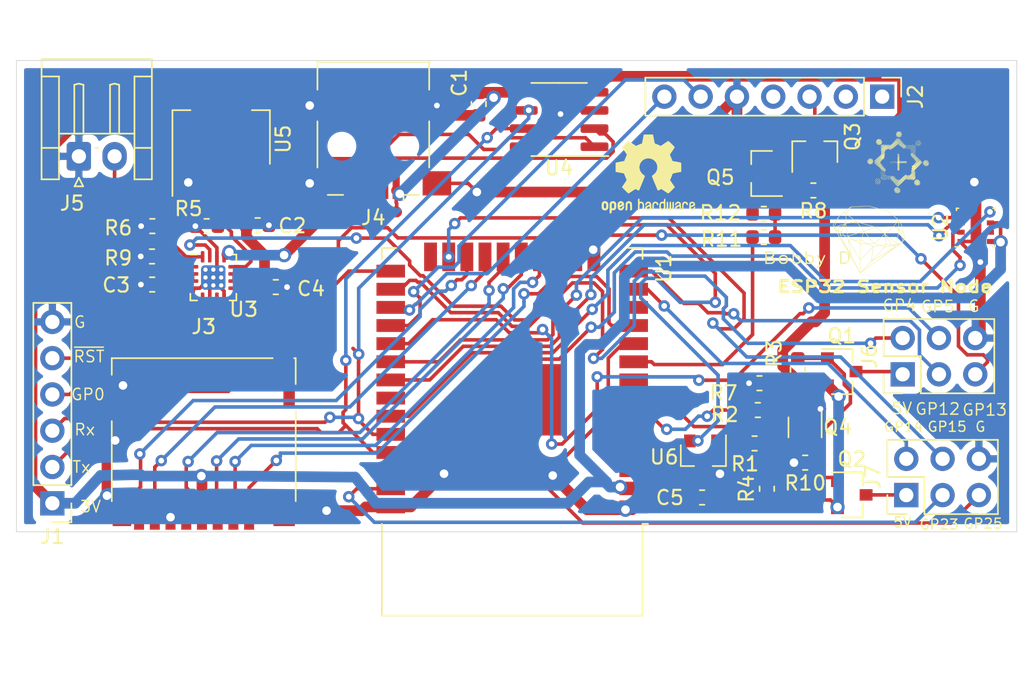
<source format=kicad_pcb>
(kicad_pcb (version 20171130) (host pcbnew 5.1.4+dfsg1-1)
  (layers (0 F.Cu signal) (31 B.Cu signal) (34 B.Paste user) (35 F.Paste user) (36 B.SilkS user) (37 F.SilkS user) (38 B.Mask user) (39 F.Mask user) (44 Edge.Cuts user))
  (net 0 "")
  (net 1 +3V3)
  (net 2 /TxD)
  (net 3 /RxD)
  (net 4 /IO0)
  (net 5 /EN)
  (net 6 GND)
  (net 7 "Net-(J2-Pad1)")
  (net 8 "Net-(J2-Pad2)")
  (net 9 +5V)
  (net 10 "Net-(J2-Pad4)")
  (net 11 /SDS011_RxD)
  (net 12 /SDS011_TxD)
  (net 13 /D1)
  (net 14 /D0)
  (net 15 /CLK)
  (net 16 /CMD)
  (net 17 /D3)
  (net 18 /D2)
  (net 19 "Net-(J4-Pad2)")
  (net 20 "Net-(J4-Pad3)")
  (net 21 "Net-(J4-Pad4)")
  (net 22 "Net-(U1-Pad4)")
  (net 23 "Net-(U1-Pad5)")
  (net 24 "Net-(U1-Pad8)")
  (net 25 "Net-(U1-Pad12)")
  (net 26 "Net-(U1-Pad24)")
  (net 27 /BME280_SCK)
  (net 28 /BME280_MOSI)
  (net 29 "Net-(U1-Pad32)")
  (net 30 /BME280_MISO)
  (net 31 /~BME280_SS)
  (net 32 "Net-(U3-Pad7)")
  (net 33 "Net-(U3-Pad9)")
  (net 34 "Net-(U4-Pad4)")
  (net 35 "Net-(U4-Pad8)")
  (net 36 /USB_5V)
  (net 37 "Net-(C3-Pad1)")
  (net 38 "Net-(J2-Pad3)")
  (net 39 /IO13)
  (net 40 /IO5)
  (net 41 /IO12)
  (net 42 /IO4)
  (net 43 "Net-(J6-Pad1)")
  (net 44 "Net-(J7-Pad1)")
  (net 45 /IO14)
  (net 46 /IO23)
  (net 47 /IO15)
  (net 48 /IO25)
  (net 49 "Net-(Q1-Pad1)")
  (net 50 "Net-(Q2-Pad1)")
  (net 51 "Net-(Q3-Pad1)")
  (net 52 /power_sao1)
  (net 53 /power_sao0)
  (net 54 "Net-(R5-Pad1)")
  (net 55 "Net-(R6-Pad1)")
  (net 56 /power_sds011)
  (net 57 /Enable_5V)
  (net 58 "Net-(R9-Pad1)")
  (net 59 "Net-(Q4-Pad5)")
  (net 60 "Net-(Q4-Pad2)")
  (net 61 "Net-(Q5-Pad1)")
  (module Connector_Card:microSD_HC_Hirose_DM3D-SF (layer F.Cu) (at 63.1075 68.6269)
    (fp_text reference J3 (at 0 -7.99) (layer F.SilkS))
    (fp_text value Micro_SD_Card)
    (pad 10 smd rect (at 5.575 -5.45) (size 1 1.55) (layers F.Cu F.Paste F.Mask))
    (pad 11 smd rect (at 5.625 5.225) (size 1.5 1.5) (layers F.Cu F.Paste F.Mask))
    (pad 1 smd rect (at 3.175 5.35) (size 0.7 1.75) (layers F.Cu F.Paste F.Mask) (net 18 /D2))
    (pad 2 smd rect (at 2.075 5.35) (size 0.7 1.75) (layers F.Cu F.Paste F.Mask) (net 17 /D3))
    (pad 3 smd rect (at 0.975 5.35) (size 0.7 1.75) (layers F.Cu F.Paste F.Mask) (net 16 /CMD))
    (pad 4 smd rect (at -0.125 5.35) (size 0.7 1.75) (layers F.Cu F.Paste F.Mask) (net 1 +3V3))
    (pad 5 smd rect (at -1.225 5.35) (size 0.7 1.75) (layers F.Cu F.Paste F.Mask) (net 15 /CLK))
    (pad 6 smd rect (at -2.325 5.35) (size 0.7 1.75) (layers F.Cu F.Paste F.Mask) (net 6 GND))
    (pad 7 smd rect (at -3.425 5.35) (size 0.7 1.75) (layers F.Cu F.Paste F.Mask) (net 14 /D0))
    (pad 11 smd rect (at 5.975 -3.025) (size 0.8 1.4) (layers F.Cu F.Paste F.Mask))
    (pad 9 smd rect (at -5.65 -3.875) (size 1.45 1) (layers F.Cu F.Paste F.Mask) (net 6 GND))
    (pad 11 smd rect (at -5.975 -2.375) (size 0.8 1.5) (layers F.Cu F.Paste F.Mask))
    (pad 11 smd rect (at -5.725 5.225) (size 1.3 1.5) (layers F.Cu F.Paste F.Mask))
    (pad 8 smd rect (at -4.525 5.35) (size 0.7 1.75) (layers F.Cu F.Paste F.Mask) (net 13 /D1))
  )
  (module Capacitor_SMD:C_0603_1608Metric (layer F.Cu) (at 97.9806 72.5946)
    (fp_text reference C5 (at -2.2606 0.0127) (layer F.SilkS))
    (fp_text value "10u 5v")
    (pad 1 smd roundrect (at -0.7875 0) (size 0.875 0.95) (layers F.Cu F.Paste F.Mask) (net 1 +3V3))
    (pad 2 smd roundrect (at 0.7875 0) (size 0.875 0.95) (layers F.Cu F.Paste F.Mask) (net 6 GND))
  )
  (module logo:diamond (layer F.Cu) (at 109.6519 54.5225)
    (fp_text reference G*** hide)
    (fp_text value LOGO hide)
  )
  (module Symbol:OSHW-Logo2_7.3x6mm_SilkScreen (layer F.Cu) (at 94.2214 49.9378)
    (fp_text reference REF** hide)
    (fp_text value OSHW-Logo2_7.3x6mm_SilkScreen hide)
  )
  (module progcode-resources:pc3 (layer F.Cu) (at 111.6839 49.1123)
    (fp_text reference G*** hide)
    (fp_text value LOGO hide)
  )
  (module Connector_PinHeader_2.54mm:PinHeader_1x06_P2.54mm_Vertical (layer F.Cu) (at 52.5146 73.001 180)
    (fp_text reference J1 (at 0 -2.33) (layer F.SilkS))
    (fp_text value Conn_01x06_Female hide)
    (pad 1 thru_hole rect (at 0 0 180) (size 1.7 1.7) (drill 1) (layers *.Cu *.Mask) (net 1 +3V3))
    (pad 2 thru_hole oval (at 0 2.54 180) (size 1.7 1.7) (drill 1) (layers *.Cu *.Mask) (net 2 /TxD))
    (pad 3 thru_hole oval (at 0 5.08 180) (size 1.7 1.7) (drill 1) (layers *.Cu *.Mask) (net 3 /RxD))
    (pad 4 thru_hole oval (at 0 7.62 180) (size 1.7 1.7) (drill 1) (layers *.Cu *.Mask) (net 4 /IO0))
    (pad 5 thru_hole oval (at 0 10.16 180) (size 1.7 1.7) (drill 1) (layers *.Cu *.Mask) (net 5 /EN))
    (pad 6 thru_hole oval (at 0 12.7 180) (size 1.7 1.7) (drill 1) (layers *.Cu *.Mask) (net 6 GND))
  )
  (module Connector_PinHeader_2.54mm:PinHeader_1x07_P2.54mm_Vertical (layer F.Cu) (at 110.579 44.5276 270)
    (fp_text reference J2 (at 0 -2.33 90) (layer F.SilkS))
    (fp_text value Conn_01x07_Male)
    (pad 1 thru_hole rect (at 0 0 270) (size 1.7 1.7) (drill 1) (layers *.Cu *.Mask) (net 7 "Net-(J2-Pad1)"))
    (pad 2 thru_hole oval (at 0 2.54 270) (size 1.7 1.7) (drill 1) (layers *.Cu *.Mask) (net 8 "Net-(J2-Pad2)"))
    (pad 3 thru_hole oval (at 0 5.08 270) (size 1.7 1.7) (drill 1) (layers *.Cu *.Mask) (net 38 "Net-(J2-Pad3)"))
    (pad 4 thru_hole oval (at 0 7.62 270) (size 1.7 1.7) (drill 1) (layers *.Cu *.Mask) (net 10 "Net-(J2-Pad4)"))
    (pad 5 thru_hole oval (at 0 10.16 270) (size 1.7 1.7) (drill 1) (layers *.Cu *.Mask) (net 6 GND))
    (pad 6 thru_hole oval (at 0 12.7 270) (size 1.7 1.7) (drill 1) (layers *.Cu *.Mask) (net 11 /SDS011_RxD))
    (pad 7 thru_hole oval (at 0 15.24 270) (size 1.7 1.7) (drill 1) (layers *.Cu *.Mask) (net 12 /SDS011_TxD))
  )
  (module Connector_USB:USB_Mini-B_Lumberg_2486_01_Horizontal (layer F.Cu) (at 74.9732 47.9982 180)
    (fp_text reference J4 (at 0 -5) (layer F.SilkS))
    (fp_text value USB_B_Mini)
    (pad 1 smd rect (at -1.6 -2.7 180) (size 0.5 2) (layers F.Cu F.Paste F.Mask) (net 36 /USB_5V))
    (pad 2 smd rect (at -0.8 -2.7 180) (size 0.5 2) (layers F.Cu F.Paste F.Mask) (net 19 "Net-(J4-Pad2)"))
    (pad 3 smd rect (at 0 -2.7 180) (size 0.5 2) (layers F.Cu F.Paste F.Mask) (net 20 "Net-(J4-Pad3)"))
    (pad 4 smd rect (at 0.8 -2.7 180) (size 0.5 2) (layers F.Cu F.Paste F.Mask) (net 21 "Net-(J4-Pad4)"))
    (pad 5 smd rect (at 1.6 -2.7 180) (size 0.5 2) (layers F.Cu F.Paste F.Mask) (net 6 GND))
    (pad 6 smd rect (at -4.45 -2.6 180) (size 2 1.7) (layers F.Cu F.Paste F.Mask) (net 6 GND))
    (pad 6 smd rect (at -4.45 2.85 180) (size 2 1.7) (layers F.Cu F.Paste F.Mask) (net 6 GND))
    (pad 6 smd rect (at 4.45 -2.6 180) (size 2 1.7) (layers F.Cu F.Paste F.Mask) (net 6 GND))
    (pad 6 smd rect (at 4.45 2.85 180) (size 2 1.7) (layers F.Cu F.Paste F.Mask) (net 6 GND))
    (pad "" np_thru_hole circle (at -2.2 0 180) (size 1 1) (drill 1) (layers *.Cu *.Mask))
    (pad "" np_thru_hole circle (at 2.2 0 180) (size 1 1) (drill 1) (layers *.Cu *.Mask))
  )
  (module RF_Module:ESP32-WROOM-32 (layer F.Cu) (at 84.6927 65 180)
    (fp_text reference U1 (at -10.61 8.43 90) (layer F.SilkS))
    (fp_text value ESP32-WROOM-32)
    (pad 39 smd rect (at -1 -0.755 180) (size 5 5) (layers F.Cu F.Paste F.Mask))
    (pad 1 smd rect (at -8.5 -8.255 180) (size 2 0.9) (layers F.Cu F.Paste F.Mask) (net 6 GND))
    (pad 2 smd rect (at -8.5 -6.985 180) (size 2 0.9) (layers F.Cu F.Paste F.Mask) (net 1 +3V3))
    (pad 3 smd rect (at -8.5 -5.715 180) (size 2 0.9) (layers F.Cu F.Paste F.Mask) (net 5 /EN))
    (pad 4 smd rect (at -8.5 -4.445 180) (size 2 0.9) (layers F.Cu F.Paste F.Mask) (net 22 "Net-(U1-Pad4)"))
    (pad 5 smd rect (at -8.5 -3.175 180) (size 2 0.9) (layers F.Cu F.Paste F.Mask) (net 23 "Net-(U1-Pad5)"))
    (pad 6 smd rect (at -8.5 -1.905 180) (size 2 0.9) (layers F.Cu F.Paste F.Mask) (net 53 /power_sao0))
    (pad 7 smd rect (at -8.5 -0.635 180) (size 2 0.9) (layers F.Cu F.Paste F.Mask) (net 52 /power_sao1))
    (pad 8 smd rect (at -8.5 0.635 180) (size 2 0.9) (layers F.Cu F.Paste F.Mask) (net 24 "Net-(U1-Pad8)"))
    (pad 9 smd rect (at -8.5 1.905 180) (size 2 0.9) (layers F.Cu F.Paste F.Mask) (net 56 /power_sds011))
    (pad 10 smd rect (at -8.5 3.175 180) (size 2 0.9) (layers F.Cu F.Paste F.Mask) (net 48 /IO25))
    (pad 11 smd rect (at -8.5 4.445 180) (size 2 0.9) (layers F.Cu F.Paste F.Mask) (net 57 /Enable_5V))
    (pad 12 smd rect (at -8.5 5.715 180) (size 2 0.9) (layers F.Cu F.Paste F.Mask) (net 25 "Net-(U1-Pad12)"))
    (pad 13 smd rect (at -8.5 6.985 180) (size 2 0.9) (layers F.Cu F.Paste F.Mask) (net 45 /IO14))
    (pad 14 smd rect (at -8.5 8.255 180) (size 2 0.9) (layers F.Cu F.Paste F.Mask) (net 41 /IO12))
    (pad 15 smd rect (at -5.715 9.255 270) (size 2 0.9) (layers F.Cu F.Paste F.Mask) (net 6 GND))
    (pad 16 smd rect (at -4.445 9.255 270) (size 2 0.9) (layers F.Cu F.Paste F.Mask) (net 39 /IO13))
    (pad 17 smd rect (at -3.175 9.255 270) (size 2 0.9) (layers F.Cu F.Paste F.Mask) (net 18 /D2))
    (pad 18 smd rect (at -1.905 9.255 270) (size 2 0.9) (layers F.Cu F.Paste F.Mask) (net 17 /D3))
    (pad 19 smd rect (at -0.635 9.255 270) (size 2 0.9) (layers F.Cu F.Paste F.Mask) (net 16 /CMD))
    (pad 20 smd rect (at 0.635 9.255 270) (size 2 0.9) (layers F.Cu F.Paste F.Mask) (net 15 /CLK))
    (pad 21 smd rect (at 1.905 9.255 270) (size 2 0.9) (layers F.Cu F.Paste F.Mask) (net 14 /D0))
    (pad 22 smd rect (at 3.175 9.255 270) (size 2 0.9) (layers F.Cu F.Paste F.Mask) (net 13 /D1))
    (pad 23 smd rect (at 4.445 9.255 270) (size 2 0.9) (layers F.Cu F.Paste F.Mask) (net 47 /IO15))
    (pad 24 smd rect (at 5.715 9.255 270) (size 2 0.9) (layers F.Cu F.Paste F.Mask) (net 26 "Net-(U1-Pad24)"))
    (pad 25 smd rect (at 8.5 8.255 180) (size 2 0.9) (layers F.Cu F.Paste F.Mask) (net 4 /IO0))
    (pad 26 smd rect (at 8.5 6.985 180) (size 2 0.9) (layers F.Cu F.Paste F.Mask) (net 42 /IO4))
    (pad 27 smd rect (at 8.5 5.715 180) (size 2 0.9) (layers F.Cu F.Paste F.Mask) (net 12 /SDS011_TxD))
    (pad 28 smd rect (at 8.5 4.445 180) (size 2 0.9) (layers F.Cu F.Paste F.Mask) (net 11 /SDS011_RxD))
    (pad 29 smd rect (at 8.5 3.175 180) (size 2 0.9) (layers F.Cu F.Paste F.Mask) (net 40 /IO5))
    (pad 30 smd rect (at 8.5 1.905 180) (size 2 0.9) (layers F.Cu F.Paste F.Mask) (net 27 /BME280_SCK))
    (pad 31 smd rect (at 8.5 0.635 180) (size 2 0.9) (layers F.Cu F.Paste F.Mask) (net 28 /BME280_MOSI))
    (pad 32 smd rect (at 8.5 -0.635 180) (size 2 0.9) (layers F.Cu F.Paste F.Mask) (net 29 "Net-(U1-Pad32)"))
    (pad 33 smd rect (at 8.5 -1.905 180) (size 2 0.9) (layers F.Cu F.Paste F.Mask) (net 30 /BME280_MISO))
    (pad 34 smd rect (at 8.5 -3.175 180) (size 2 0.9) (layers F.Cu F.Paste F.Mask) (net 3 /RxD))
    (pad 35 smd rect (at 8.5 -4.445 180) (size 2 0.9) (layers F.Cu F.Paste F.Mask) (net 2 /TxD))
    (pad 36 smd rect (at 8.5 -5.715 180) (size 2 0.9) (layers F.Cu F.Paste F.Mask) (net 31 /~BME280_SS))
    (pad 37 smd rect (at 8.5 -6.985 180) (size 2 0.9) (layers F.Cu F.Paste F.Mask) (net 46 /IO23))
    (pad 38 smd rect (at 8.5 -8.255 180) (size 2 0.9) (layers F.Cu F.Paste F.Mask) (net 6 GND))
  )
  (module Package_LGA:Bosch_LGA-8_2.5x2.5mm_P0.65mm_ClockwisePinNumbering (layer F.Cu) (at 117.1285 53.6941 90)
    (fp_text reference U2 (at 0.015 -2.465 90) (layer F.SilkS))
    (fp_text value BME280)
    (pad 4 smd rect (at 0.975 -1.025 180) (size 0.5 0.35) (layers F.Cu F.Paste F.Mask) (net 27 /BME280_SCK))
    (pad 3 smd rect (at 0.325 -1.025 180) (size 0.5 0.35) (layers F.Cu F.Paste F.Mask) (net 28 /BME280_MOSI))
    (pad 2 smd rect (at -0.325 -1.025 180) (size 0.5 0.35) (layers F.Cu F.Paste F.Mask) (net 31 /~BME280_SS))
    (pad 1 smd rect (at -0.975 -1.025 180) (size 0.5 0.35) (layers F.Cu F.Paste F.Mask) (net 6 GND))
    (pad 8 smd rect (at -0.975 1.025 180) (size 0.5 0.35) (layers F.Cu F.Paste F.Mask) (net 1 +3V3))
    (pad 7 smd rect (at -0.325 1.025 180) (size 0.5 0.35) (layers F.Cu F.Paste F.Mask) (net 6 GND))
    (pad 6 smd rect (at 0.325 1.025 180) (size 0.5 0.35) (layers F.Cu F.Paste F.Mask) (net 1 +3V3))
    (pad 5 smd rect (at 0.975 1.025 180) (size 0.5 0.35) (layers F.Cu F.Paste F.Mask) (net 30 /BME280_MISO))
  )
  (module Package_DFN_QFN:QFN-16-1EP_3x3mm_P0.5mm_EP1.7x1.7mm_ThermalVias (layer F.Cu) (at 63.7788 57.1917)
    (fp_text reference U3 (at 2.1216 2.233) (layer F.SilkS))
    (fp_text value BQ24075)
    (pad 17 smd roundrect (at 0 0) (size 1.7 1.7) (layers F.Cu F.Mask) (roundrect_rratio 0.147059) (net 6 GND))
    (pad 17 thru_hole circle (at -0.55 -0.55) (size 0.6 0.6) (drill 0.3) (layers *.Cu) (net 6 GND))
    (pad 17 thru_hole circle (at 0 -0.55) (size 0.6 0.6) (drill 0.3) (layers *.Cu) (net 6 GND))
    (pad 17 thru_hole circle (at 0.55 -0.55) (size 0.6 0.6) (drill 0.3) (layers *.Cu) (net 6 GND))
    (pad 17 thru_hole circle (at -0.55 0) (size 0.6 0.6) (drill 0.3) (layers *.Cu) (net 6 GND))
    (pad 17 thru_hole circle (at 0 0) (size 0.6 0.6) (drill 0.3) (layers *.Cu) (net 6 GND))
    (pad 17 thru_hole circle (at 0.55 0) (size 0.6 0.6) (drill 0.3) (layers *.Cu) (net 6 GND))
    (pad 17 thru_hole circle (at -0.55 0.55) (size 0.6 0.6) (drill 0.3) (layers *.Cu) (net 6 GND))
    (pad 17 thru_hole circle (at 0 0.55) (size 0.6 0.6) (drill 0.3) (layers *.Cu) (net 6 GND))
    (pad 17 thru_hole circle (at 0.55 0.55) (size 0.6 0.6) (drill 0.3) (layers *.Cu) (net 6 GND))
    (pad 17 smd roundrect (at 0 0) (size 1.7 1.7) (layers B.Cu) (roundrect_rratio 0.147059) (net 6 GND))
    (pad 1 smd roundrect (at -1.45 -0.75) (size 0.8 0.25) (layers F.Cu F.Paste F.Mask) (net 58 "Net-(R9-Pad1)"))
    (pad 2 smd roundrect (at -1.45 -0.25) (size 0.8 0.25) (layers F.Cu F.Paste F.Mask) (net 37 "Net-(C3-Pad1)"))
    (pad 3 smd roundrect (at -1.45 0.25) (size 0.8 0.25) (layers F.Cu F.Paste F.Mask) (net 37 "Net-(C3-Pad1)"))
    (pad 4 smd roundrect (at -1.45 0.75) (size 0.8 0.25) (layers F.Cu F.Paste F.Mask) (net 6 GND))
    (pad 5 smd roundrect (at -0.75 1.45) (size 0.25 0.8) (layers F.Cu F.Paste F.Mask) (net 9 +5V))
    (pad 6 smd roundrect (at -0.25 1.45) (size 0.25 0.8) (layers F.Cu F.Paste F.Mask) (net 6 GND))
    (pad 7 smd roundrect (at 0.25 1.45) (size 0.25 0.8) (layers F.Cu F.Paste F.Mask) (net 32 "Net-(U3-Pad7)"))
    (pad 8 smd roundrect (at 0.75 1.45) (size 0.25 0.8) (layers F.Cu F.Paste F.Mask) (net 6 GND))
    (pad 9 smd roundrect (at 1.45 0.75) (size 0.8 0.25) (layers F.Cu F.Paste F.Mask) (net 33 "Net-(U3-Pad9)"))
    (pad 10 smd roundrect (at 1.45 0.25) (size 0.8 0.25) (layers F.Cu F.Paste F.Mask) (net 9 +5V))
    (pad 11 smd roundrect (at 1.45 -0.25) (size 0.8 0.25) (layers F.Cu F.Paste F.Mask) (net 9 +5V))
    (pad 12 smd roundrect (at 1.45 -0.75) (size 0.8 0.25) (layers F.Cu F.Paste F.Mask) (net 54 "Net-(R5-Pad1)"))
    (pad 13 smd roundrect (at 0.75 -1.45) (size 0.25 0.8) (layers F.Cu F.Paste F.Mask) (net 36 /USB_5V))
    (pad 14 smd roundrect (at 0.25 -1.45) (size 0.25 0.8) (layers F.Cu F.Paste F.Mask) (net 6 GND))
    (pad 15 smd roundrect (at -0.25 -1.45) (size 0.25 0.8) (layers F.Cu F.Paste F.Mask) (net 57 /Enable_5V))
    (pad 16 smd roundrect (at -0.75 -1.45) (size 0.25 0.8) (layers F.Cu F.Paste F.Mask) (net 55 "Net-(R6-Pad1)"))
  )
  (module Package_SO:SOIC-8_3.9x4.9mm_P1.27mm (layer F.Cu) (at 87.9745 46.1278 180)
    (fp_text reference U4 (at 0 -3.4) (layer F.SilkS))
    (fp_text value CH330N)
    (pad 1 smd roundrect (at -2.475 -1.905 180) (size 1.95 0.6) (layers F.Cu F.Paste F.Mask) (net 20 "Net-(J4-Pad3)"))
    (pad 2 smd roundrect (at -2.475 -0.635 180) (size 1.95 0.6) (layers F.Cu F.Paste F.Mask) (net 19 "Net-(J4-Pad2)"))
    (pad 3 smd roundrect (at -2.475 0.635 180) (size 1.95 0.6) (layers F.Cu F.Paste F.Mask) (net 6 GND))
    (pad 4 smd roundrect (at -2.475 1.905 180) (size 1.95 0.6) (layers F.Cu F.Paste F.Mask) (net 34 "Net-(U4-Pad4)"))
    (pad 5 smd roundrect (at 2.475 1.905 180) (size 1.95 0.6) (layers F.Cu F.Paste F.Mask) (net 36 /USB_5V))
    (pad 6 smd roundrect (at 2.475 0.635 180) (size 1.95 0.6) (layers F.Cu F.Paste F.Mask) (net 3 /RxD))
    (pad 7 smd roundrect (at 2.475 -0.635 180) (size 1.95 0.6) (layers F.Cu F.Paste F.Mask) (net 2 /TxD))
    (pad 8 smd roundrect (at 2.475 -1.905 180) (size 1.95 0.6) (layers F.Cu F.Paste F.Mask) (net 35 "Net-(U4-Pad8)"))
  )
  (module Package_TO_SOT_SMD:SOT-223-3_TabPin2 (layer F.Cu) (at 64.3269 47.3847 90)
    (fp_text reference U5 (at -0.1147 4.3421 90) (layer F.SilkS))
    (fp_text value LM1117-3.3)
    (pad 2 smd rect (at 3.15 0 90) (size 2 3.8) (layers F.Cu F.Paste F.Mask) (net 1 +3V3))
    (pad 2 smd rect (at -3.15 0 90) (size 2 1.5) (layers F.Cu F.Paste F.Mask) (net 1 +3V3))
    (pad 3 smd rect (at -3.15 2.3 90) (size 2 1.5) (layers F.Cu F.Paste F.Mask) (net 9 +5V))
    (pad 1 smd rect (at -3.15 -2.3 90) (size 2 1.5) (layers F.Cu F.Paste F.Mask) (net 6 GND))
  )
  (module Capacitor_SMD:C_0603_1608Metric (layer F.Cu) (at 82.3469 45.0482 90)
    (fp_text reference C1 (at 1.4858 -1.3589 90) (layer F.SilkS))
    (fp_text value "2.2u 10v")
    (pad 1 smd roundrect (at -0.7875 0 90) (size 0.875 0.95) (layers F.Cu F.Paste F.Mask) (net 6 GND))
    (pad 2 smd roundrect (at 0.7875 0 90) (size 0.875 0.95) (layers F.Cu F.Paste F.Mask) (net 36 /USB_5V))
  )
  (module Capacitor_SMD:C_0603_1608Metric (layer F.Cu) (at 66.8784 53.5319)
    (fp_text reference C2 (at 2.4256 0.0381) (layer F.SilkS))
    (fp_text value "10u 10v")
    (pad 2 smd roundrect (at 0.7875 0) (size 0.875 0.95) (layers F.Cu F.Paste F.Mask) (net 6 GND))
    (pad 1 smd roundrect (at -0.7875 0) (size 0.875 0.95) (layers F.Cu F.Paste F.Mask) (net 9 +5V))
  )
  (module Capacitor_SMD:C_0603_1608Metric (layer F.Cu) (at 59.4995 57.6848 180)
    (fp_text reference C3 (at 2.5145 -0.0381) (layer F.SilkS))
    (fp_text value "2.2u 5v")
    (pad 1 smd roundrect (at -0.7875 0 180) (size 0.875 0.95) (layers F.Cu F.Paste F.Mask) (net 37 "Net-(C3-Pad1)"))
    (pad 2 smd roundrect (at 0.7875 0 180) (size 0.875 0.95) (layers F.Cu F.Paste F.Mask) (net 6 GND))
  )
  (module Capacitor_SMD:C_0603_1608Metric (layer F.Cu) (at 68.1483 57.8626)
    (fp_text reference C4 (at 2.4638 0.1143) (layer F.SilkS))
    (fp_text value "2.2u 10v")
    (pad 2 smd roundrect (at 0.7875 0) (size 0.875 0.95) (layers F.Cu F.Paste F.Mask) (net 6 GND))
    (pad 1 smd roundrect (at -0.7875 0) (size 0.875 0.95) (layers F.Cu F.Paste F.Mask) (net 9 +5V))
  )
  (module Connector_PinHeader_2.54mm:PinHeader_2x03_P2.54mm_Vertical (layer F.Cu) (at 112.0141 63.9713 90)
    (fp_text reference J6 (at 1.27 -2.33 90) (layer F.SilkS))
    (fp_text value Conn_02x03_Odd_Even)
    (pad 6 thru_hole oval (at 2.54 5.08 90) (size 1.7 1.7) (drill 1) (layers *.Cu *.Mask) (net 6 GND))
    (pad 5 thru_hole oval (at 0 5.08 90) (size 1.7 1.7) (drill 1) (layers *.Cu *.Mask) (net 39 /IO13))
    (pad 4 thru_hole oval (at 2.54 2.54 90) (size 1.7 1.7) (drill 1) (layers *.Cu *.Mask) (net 40 /IO5))
    (pad 3 thru_hole oval (at 0 2.54 90) (size 1.7 1.7) (drill 1) (layers *.Cu *.Mask) (net 41 /IO12))
    (pad 2 thru_hole oval (at 2.54 0 90) (size 1.7 1.7) (drill 1) (layers *.Cu *.Mask) (net 42 /IO4))
    (pad 1 thru_hole rect (at 0 0 90) (size 1.7 1.7) (drill 1) (layers *.Cu *.Mask) (net 43 "Net-(J6-Pad1)"))
  )
  (module Connector_PinHeader_2.54mm:PinHeader_2x03_P2.54mm_Vertical (layer F.Cu) (at 112.2681 72.4295 90)
    (fp_text reference J7 (at 1.27 -2.33 90) (layer F.SilkS))
    (fp_text value Conn_02x03_Odd_Even)
    (pad 1 thru_hole rect (at 0 0 90) (size 1.7 1.7) (drill 1) (layers *.Cu *.Mask) (net 44 "Net-(J7-Pad1)"))
    (pad 2 thru_hole oval (at 2.54 0 90) (size 1.7 1.7) (drill 1) (layers *.Cu *.Mask) (net 45 /IO14))
    (pad 3 thru_hole oval (at 0 2.54 90) (size 1.7 1.7) (drill 1) (layers *.Cu *.Mask) (net 46 /IO23))
    (pad 4 thru_hole oval (at 2.54 2.54 90) (size 1.7 1.7) (drill 1) (layers *.Cu *.Mask) (net 47 /IO15))
    (pad 5 thru_hole oval (at 0 5.08 90) (size 1.7 1.7) (drill 1) (layers *.Cu *.Mask) (net 48 /IO25))
    (pad 6 thru_hole oval (at 2.54 5.08 90) (size 1.7 1.7) (drill 1) (layers *.Cu *.Mask) (net 6 GND))
  )
  (module Package_TO_SOT_SMD:SOT-23 (layer F.Cu) (at 107.7502 63.7808)
    (fp_text reference Q1 (at 0 -2.5) (layer F.SilkS))
    (fp_text value NDS3332P)
    (pad 1 smd rect (at -1 -0.95) (size 0.9 0.8) (layers F.Cu F.Paste F.Mask) (net 49 "Net-(Q1-Pad1)"))
    (pad 2 smd rect (at -1 0.95) (size 0.9 0.8) (layers F.Cu F.Paste F.Mask) (net 9 +5V))
    (pad 3 smd rect (at 1 0) (size 0.9 0.8) (layers F.Cu F.Paste F.Mask) (net 43 "Net-(J6-Pad1)"))
  )
  (module Package_TO_SOT_SMD:SOT-23 (layer F.Cu) (at 108.4548 72.4143)
    (fp_text reference Q2 (at 0 -2.5) (layer F.SilkS))
    (fp_text value NDS3332P)
    (pad 3 smd rect (at 1 0) (size 0.9 0.8) (layers F.Cu F.Paste F.Mask) (net 44 "Net-(J7-Pad1)"))
    (pad 2 smd rect (at -1 0.95) (size 0.9 0.8) (layers F.Cu F.Paste F.Mask) (net 9 +5V))
    (pad 1 smd rect (at -1 -0.95) (size 0.9 0.8) (layers F.Cu F.Paste F.Mask) (net 50 "Net-(Q2-Pad1)"))
  )
  (module Package_TO_SOT_SMD:SOT-23 (layer F.Cu) (at 105.8673 48.4105 90)
    (fp_text reference Q3 (at 1.0762 2.6416 90) (layer F.SilkS))
    (fp_text value NDS3332P)
    (pad 1 smd rect (at -1 -0.95 90) (size 0.9 0.8) (layers F.Cu F.Paste F.Mask) (net 51 "Net-(Q3-Pad1)"))
    (pad 2 smd rect (at -1 0.95 90) (size 0.9 0.8) (layers F.Cu F.Paste F.Mask) (net 9 +5V))
    (pad 3 smd rect (at 1 0 90) (size 0.9 0.8) (layers F.Cu F.Paste F.Mask) (net 38 "Net-(J2-Pad3)"))
  )
  (module Resistor_SMD:R_0603_1608Metric (layer F.Cu) (at 104.6735 63.6412 90)
    (fp_text reference R3 (at 1.1431 -1.651 90) (layer F.SilkS))
    (fp_text value 10k)
    (pad 2 smd roundrect (at 0.7875 0 90) (size 0.875 0.95) (layers F.Cu F.Paste F.Mask) (net 49 "Net-(Q1-Pad1)"))
    (pad 1 smd roundrect (at -0.7875 0 90) (size 0.875 0.95) (layers F.Cu F.Paste F.Mask) (net 9 +5V))
  )
  (module Resistor_SMD:R_0603_1608Metric (layer F.Cu) (at 102.5145 71.9851 90)
    (fp_text reference R4 (at 0 -1.43 90) (layer F.SilkS))
    (fp_text value 10k)
    (pad 1 smd roundrect (at -0.7875 0 90) (size 0.875 0.95) (layers F.Cu F.Paste F.Mask) (net 9 +5V))
    (pad 2 smd roundrect (at 0.7875 0 90) (size 0.875 0.95) (layers F.Cu F.Paste F.Mask) (net 50 "Net-(Q2-Pad1)"))
  )
  (module Resistor_SMD:R_0603_1608Metric (layer F.Cu) (at 63.3097 53.5954 180)
    (fp_text reference R5 (at 1.2701 1.2192) (layer F.SilkS))
    (fp_text value 1.18k)
    (pad 2 smd roundrect (at 0.7875 0 180) (size 0.875 0.95) (layers F.Cu F.Paste F.Mask) (net 6 GND))
    (pad 1 smd roundrect (at -0.7875 0 180) (size 0.875 0.95) (layers F.Cu F.Paste F.Mask) (net 54 "Net-(R5-Pad1)"))
  )
  (module Resistor_SMD:R_0603_1608Metric (layer F.Cu) (at 59.5123 53.5954 180)
    (fp_text reference R6 (at 2.3876 -0.127) (layer F.SilkS))
    (fp_text value 1.13k)
    (pad 1 smd roundrect (at -0.7875 0 180) (size 0.875 0.95) (layers F.Cu F.Paste F.Mask) (net 55 "Net-(R6-Pad1)"))
    (pad 2 smd roundrect (at 0.7875 0 180) (size 0.875 0.95) (layers F.Cu F.Paste F.Mask) (net 6 GND))
  )
  (module Resistor_SMD:R_0603_1608Metric (layer F.Cu) (at 105.7658 51.0935 180)
    (fp_text reference R8 (at 0 -1.43) (layer F.SilkS))
    (fp_text value 10k)
    (pad 2 smd roundrect (at 0.7875 0 180) (size 0.875 0.95) (layers F.Cu F.Paste F.Mask) (net 51 "Net-(Q3-Pad1)"))
    (pad 1 smd roundrect (at -0.7875 0 180) (size 0.875 0.95) (layers F.Cu F.Paste F.Mask) (net 9 +5V))
  )
  (module Resistor_SMD:R_0603_1608Metric (layer F.Cu) (at 59.487 55.7163 180)
    (fp_text reference R9 (at 2.3623 -0.1143) (layer F.SilkS))
    (fp_text value 10k)
    (pad 1 smd roundrect (at -0.7875 0 180) (size 0.875 0.95) (layers F.Cu F.Paste F.Mask) (net 58 "Net-(R9-Pad1)"))
    (pad 2 smd roundrect (at 0.7875 0 180) (size 0.875 0.95) (layers F.Cu F.Paste F.Mask) (net 6 GND))
  )
  (module Package_TO_SOT_SMD:SOT-363_SC-70-6 (layer F.Cu) (at 105.1838 67.6899 270)
    (fp_text reference Q4 (at -0.0229 -2.2837 180) (layer F.SilkS))
    (fp_text value MMDT2222A)
    (pad 1 smd rect (at -0.95 -0.65 270) (size 0.65 0.4) (layers F.Cu F.Paste F.Mask) (net 6 GND))
    (pad 3 smd rect (at -0.95 0.65 270) (size 0.65 0.4) (layers F.Cu F.Paste F.Mask) (net 50 "Net-(Q2-Pad1)"))
    (pad 5 smd rect (at 0.95 0 270) (size 0.65 0.4) (layers F.Cu F.Paste F.Mask) (net 59 "Net-(Q4-Pad5)"))
    (pad 2 smd rect (at -0.95 0 270) (size 0.65 0.4) (layers F.Cu F.Paste F.Mask) (net 60 "Net-(Q4-Pad2)"))
    (pad 4 smd rect (at 0.95 0.65 270) (size 0.65 0.4) (layers F.Cu F.Paste F.Mask) (net 6 GND))
    (pad 6 smd rect (at 0.95 -0.65 270) (size 0.65 0.4) (layers F.Cu F.Paste F.Mask) (net 49 "Net-(Q1-Pad1)"))
  )
  (module Resistor_SMD:R_0603_1608Metric (layer F.Cu) (at 101.6509 68.81 180)
    (fp_text reference R1 (at 0.6731 -1.4351) (layer F.SilkS))
    (fp_text value 220R)
    (pad 1 smd roundrect (at -0.7875 0 180) (size 0.875 0.95) (layers F.Cu F.Paste F.Mask) (net 59 "Net-(Q4-Pad5)"))
    (pad 2 smd roundrect (at 0.7875 0 180) (size 0.875 0.95) (layers F.Cu F.Paste F.Mask) (net 52 /power_sao1))
  )
  (module Resistor_SMD:R_0603_1608Metric (layer F.Cu) (at 101.8795 66.4732 180)
    (fp_text reference R2 (at 2.3241 -0.3175) (layer F.SilkS))
    (fp_text value 220R)
    (pad 2 smd roundrect (at 0.7875 0 180) (size 0.875 0.95) (layers F.Cu F.Paste F.Mask) (net 53 /power_sao0))
    (pad 1 smd roundrect (at -0.7875 0 180) (size 0.875 0.95) (layers F.Cu F.Paste F.Mask) (net 60 "Net-(Q4-Pad2)"))
  )
  (module Resistor_SMD:R_0603_1608Metric (layer F.Cu) (at 101.9937 64.5936 180)
    (fp_text reference R7 (at 2.5145 -0.6858) (layer F.SilkS))
    (fp_text value 10k)
    (pad 1 smd roundrect (at -0.7875 0 180) (size 0.875 0.95) (layers F.Cu F.Paste F.Mask) (net 60 "Net-(Q4-Pad2)"))
    (pad 2 smd roundrect (at 0.7875 0 180) (size 0.875 0.95) (layers F.Cu F.Paste F.Mask) (net 6 GND))
  )
  (module Resistor_SMD:R_0603_1608Metric (layer F.Cu) (at 105.1942 70.1562 180)
    (fp_text reference R10 (at 0 -1.43) (layer F.SilkS))
    (fp_text value 10k)
    (pad 2 smd roundrect (at 0.7875 0 180) (size 0.875 0.95) (layers F.Cu F.Paste F.Mask) (net 6 GND))
    (pad 1 smd roundrect (at -0.7875 0 180) (size 0.875 0.95) (layers F.Cu F.Paste F.Mask) (net 59 "Net-(Q4-Pad5)"))
  )
  (module Resistor_SMD:R_0603_1608Metric (layer F.Cu) (at 102.2985 54.3574 180)
    (fp_text reference R11 (at 2.959 -0.1524) (layer F.SilkS))
    (fp_text value 220R)
    (pad 2 smd roundrect (at 0.7875 0 180) (size 0.875 0.95) (layers F.Cu F.Paste F.Mask) (net 56 /power_sds011))
    (pad 1 smd roundrect (at -0.7875 0 180) (size 0.875 0.95) (layers F.Cu F.Paste F.Mask) (net 61 "Net-(Q5-Pad1)"))
  )
  (module Resistor_SMD:R_0603_1608Metric (layer F.Cu) (at 102.2985 52.7318 180)
    (fp_text reference R12 (at 3.0352 0.0635) (layer F.SilkS))
    (fp_text value 10k)
    (pad 1 smd roundrect (at -0.7875 0 180) (size 0.875 0.95) (layers F.Cu F.Paste F.Mask) (net 61 "Net-(Q5-Pad1)"))
    (pad 2 smd roundrect (at 0.7875 0 180) (size 0.875 0.95) (layers F.Cu F.Paste F.Mask) (net 6 GND))
  )
  (module Package_TO_SOT_SMD:SOT-23 (layer F.Cu) (at 102.1749 49.9099 180)
    (fp_text reference Q5 (at 2.9243 -0.2692) (layer F.SilkS))
    (fp_text value MMBT2222A)
    (pad 1 smd rect (at -1 -0.95 180) (size 0.9 0.8) (layers F.Cu F.Paste F.Mask) (net 61 "Net-(Q5-Pad1)"))
    (pad 2 smd rect (at -1 0.95 180) (size 0.9 0.8) (layers F.Cu F.Paste F.Mask) (net 51 "Net-(Q3-Pad1)"))
    (pad 3 smd rect (at 1 0 180) (size 0.9 0.8) (layers F.Cu F.Paste F.Mask) (net 6 GND))
  )
  (module Connector_JST:JST_EH_S2B-EH_1x02_P2.50mm_Horizontal (layer F.Cu) (at 54.3688 48.7059)
    (fp_text reference J5 (at -0.4699 3.2893) (layer F.SilkS))
    (fp_text value Conn_01x02_Male)
    (pad 1 thru_hole roundrect (at 0 0) (size 1.7 2) (drill 1) (layers *.Cu *.Mask) (roundrect_rratio 0.147059) (net 6 GND))
    (pad 2 thru_hole oval (at 2.5 0) (size 1.7 2) (drill 1) (layers *.Cu *.Mask) (net 37 "Net-(C3-Pad1)"))
  )
  (module Package_TO_SOT_SMD:SOT-23 (layer F.Cu) (at 98.0695 69.6355 270)
    (fp_text reference U6 (at 0.127 2.7432 180) (layer F.SilkS))
    (fp_text value TPS3839DBZ)
    (pad 1 smd rect (at -1 -0.95 270) (size 0.9 0.8) (layers F.Cu F.Paste F.Mask) (net 6 GND))
    (pad 2 smd rect (at -1 0.95 270) (size 0.9 0.8) (layers F.Cu F.Paste F.Mask) (net 5 /EN))
    (pad 3 smd rect (at 1 0 270) (size 0.9 0.8) (layers F.Cu F.Paste F.Mask) (net 1 +3V3))
  )
  (gr_text GP25 (at 117.6402 74.4234) (layer F.SilkS) (effects (font (size 0.7 0.7) (thickness 0.1))))
  (gr_text GP23 (at 114.5668 74.4869) (layer F.SilkS) (effects (font (size 0.7 0.7) (thickness 0.1))))
  (gr_text 5V (at 112.0014 74.3345) (layer F.SilkS) (effects (font (size 0.7 0.7) (thickness 0.1))))
  (gr_text G (at 117.4497 67.6416) (layer F.SilkS) (effects (font (size 0.7 0.7) (thickness 0.1))))
  (gr_text GP15 (at 115.1256 67.6416) (layer F.SilkS) (effects (font (size 0.7 0.7) (thickness 0.1))))
  (gr_text GP14 (at 112.0776 67.6543) (layer F.SilkS) (effects (font (size 0.7 0.7) (thickness 0.1))))
  (gr_text G (at 116.9925 59.1961) (layer F.SilkS) (effects (font (size 0.8 0.8) (thickness 0.1))))
  (gr_text 5V (at 111.9506 66.3589) (layer F.SilkS) (effects (font (size 0.8 0.8) (thickness 0.1))))
  (gr_text GP13 (at 117.7545 66.4605) (layer F.SilkS) (effects (font (size 0.8 0.8) (thickness 0.1))))
  (gr_text GP12 (at 114.4652 66.397) (layer F.SilkS) (effects (font (size 0.8 0.8) (thickness 0.1))))
  (gr_text GP5 (at 114.4652 59.2215) (layer F.SilkS) (effects (font (size 0.8 0.8) (thickness 0.1))))
  (gr_text GP4 (at 111.7855 59.1453) (layer F.SilkS) (effects (font (size 0.8 0.8) (thickness 0.1))))
  (gr_text 3V (at 55.1943 73.2296) (layer F.SilkS) (effects (font (size 0.8 0.8) (thickness 0.1))))
  (gr_text Tx (at 54.5466 70.461) (layer F.SilkS) (effects (font (size 0.8 0.8) (thickness 0.1))))
  (gr_text Rx (at 54.7752 67.8448) (layer F.SilkS) (effects (font (size 0.8 0.8) (thickness 0.1))))
  (gr_text GP0 (at 55.0038 65.381) (layer F.SilkS) (effects (font (size 0.8 0.8) (thickness 0.1))))
  (gr_text ~RST (at 55.08 62.7267) (layer F.SilkS) (effects (font (size 0.8 0.8) (thickness 0.1))))
  (gr_text G (at 54.4323 60.3137) (layer F.SilkS) (effects (font (size 0.8 0.8) (thickness 0.1))))
  (gr_text "Bobby D" (at 105.3339 55.8306) (layer F.SilkS) (effects (font (size 0.8 1) (thickness 0.1))))
  (gr_text "ESP32 Sensor Node" (at 110.7822 57.8372) (layer F.SilkS) (effects (font (size 0.8 1) (thickness 0.2))))
  (gr_line (start 50 42) (end 50 75) (layer Edge.Cuts) (width 0.05))
  (gr_line (start 120 75) (end 50 75) (layer Edge.Cuts) (width 0.05))
  (gr_line (start 120 42) (end 120 75) (layer Edge.Cuts) (width 0.05))
  (gr_line (start 50 42) (end 120 42) (layer Edge.Cuts) (width 0.05))
  (segment (start 64.3269 44.2347) (end 64.3269 50.5347) (width 0.75) (layer F.Cu) (net 1))
  (segment (start 51.089599 49.468357) (end 51.089599 71.575999) (width 0.75) (layer F.Cu) (net 1))
  (segment (start 56.323256 44.2347) (end 51.089599 49.468357) (width 0.75) (layer F.Cu) (net 1))
  (segment (start 51.089599 71.575999) (end 52.5146 73.001) (width 0.75) (layer F.Cu) (net 1))
  (segment (start 64.3269 44.2347) (end 56.323256 44.2347) (width 0.75) (layer F.Cu) (net 1))
  (via (at 92.23971 71.865012) (size 1) (drill 0.6) (layers F.Cu B.Cu) (net 1))
  (segment (start 91.532604 71.865012) (end 92.23971 71.865012) (width 0.75) (layer B.Cu) (net 1))
  (segment (start 92.946816 71.865012) (end 92.23971 71.865012) (width 0.75) (layer F.Cu) (net 1))
  (segment (start 91.296196 71.628604) (end 91.532604 71.865012) (width 0.75) (layer B.Cu) (net 1))
  (segment (start 93.072712 71.865012) (end 92.946816 71.865012) (width 0.75) (layer F.Cu) (net 1))
  (segment (start 93.1927 71.985) (end 93.072712 71.865012) (width 0.75) (layer F.Cu) (net 1))
  (segment (start 91.296196 71.509609) (end 91.296196 71.628604) (width 0.75) (layer B.Cu) (net 1))
  (segment (start 52.5146 73.001) (end 54.1146 73.001) (width 0.75) (layer B.Cu) (net 1))
  (segment (start 55.8928 71.0579) (end 58.0645 71.0071) (width 0.75) (layer B.Cu) (net 1))
  (segment (start 54.1146 73.001) (end 55.8928 71.0579) (width 0.75) (layer B.Cu) (net 1))
  (segment (start 90.057789 71.509609) (end 91.296196 71.509609) (width 0.75) (layer B.Cu) (net 1))
  (segment (start 65.875 71.096) (end 73.6982 71.1722) (width 0.75) (layer B.Cu) (net 1))
  (segment (start 73.6982 71.1722) (end 75.153904 73.001) (width 0.75) (layer B.Cu) (net 1))
  (segment (start 88.566398 73.001) (end 90.057789 71.509609) (width 0.75) (layer B.Cu) (net 1))
  (segment (start 75.153904 73.001) (end 88.566398 73.001) (width 0.75) (layer B.Cu) (net 1))
  (segment (start 103.962078 56.393976) (end 95.528356 56.393976) (width 0.75) (layer B.Cu) (net 1))
  (via (at 118.867564 54.718167) (size 1) (drill 0.6) (layers F.Cu B.Cu) (net 1))
  (segment (start 106.191191 58.623089) (end 103.962078 56.393976) (width 0.75) (layer B.Cu) (net 1))
  (segment (start 116.867011 58.623089) (end 106.191191 58.623089) (width 0.75) (layer B.Cu) (net 1))
  (segment (start 118.6535 53.3691) (end 118.1535 53.3691) (width 0.25) (layer F.Cu) (net 1))
  (segment (start 118.867564 54.718167) (end 118.202567 54.718167) (width 0.25) (layer F.Cu) (net 1))
  (segment (start 118.202567 54.718167) (end 118.1535 54.6691) (width 0.25) (layer F.Cu) (net 1))
  (segment (start 95.528356 56.393976) (end 95.236256 56.101876) (width 0.75) (layer B.Cu) (net 1))
  (segment (start 89.410998 69.624411) (end 91.296196 71.509609) (width 0.75) (layer B.Cu) (net 1))
  (segment (start 118.867564 56.622536) (end 116.867011 58.623089) (width 0.75) (layer B.Cu) (net 1))
  (segment (start 118.867564 54.718167) (end 118.867564 53.583164) (width 0.25) (layer F.Cu) (net 1))
  (segment (start 118.867564 54.718167) (end 118.867564 56.622536) (width 0.75) (layer B.Cu) (net 1))
  (segment (start 118.867564 53.583164) (end 118.6535 53.3691) (width 0.25) (layer F.Cu) (net 1))
  (segment (start 95.236256 56.101876) (end 93.587544 56.101876) (width 0.75) (layer B.Cu) (net 1))
  (segment (start 93.587544 56.101876) (end 92.536876 57.152544) (width 0.75) (layer B.Cu) (net 1))
  (segment (start 92.536876 57.152544) (end 92.536876 60.261756) (width 0.75) (layer B.Cu) (net 1))
  (segment (start 92.536876 60.261756) (end 90.919934 61.878698) (width 0.75) (layer B.Cu) (net 1))
  (segment (start 90.919934 61.878698) (end 89.917998 61.878698) (width 0.75) (layer B.Cu) (net 1))
  (segment (start 89.917998 61.878698) (end 89.410998 62.385698) (width 0.75) (layer B.Cu) (net 1))
  (segment (start 89.410998 62.385698) (end 89.410998 69.624411) (width 0.75) (layer B.Cu) (net 1))
  (segment (start 96.5835 71.985) (end 97.1931 72.5946) (width 0.75) (layer F.Cu) (net 1))
  (segment (start 93.1927 71.985) (end 96.5835 71.985) (width 0.75) (layer F.Cu) (net 1))
  (segment (start 97.1931 71.5119) (end 98.0695 70.6355) (width 0.75) (layer F.Cu) (net 1))
  (segment (start 97.1931 72.5946) (end 97.1931 71.5119) (width 0.75) (layer F.Cu) (net 1))
  (segment (start 58.0645 71.0071) (end 58.7122 71.0071) (width 0.75) (layer B.Cu) (net 1))
  (segment (start 58.7122 71.0071) (end 58.8011 71.096) (width 0.75) (layer B.Cu) (net 1))
  (segment (start 62.9825 71.1372) (end 62.9413 71.096) (width 0.75) (layer F.Cu) (net 1))
  (segment (start 62.9825 73.9769) (end 62.9825 71.1372) (width 0.75) (layer F.Cu) (net 1))
  (via (at 62.9413 71.096) (size 1) (drill 0.6) (layers F.Cu B.Cu) (net 1))
  (segment (start 58.8011 71.096) (end 62.9413 71.096) (width 0.75) (layer B.Cu) (net 1))
  (segment (start 62.9413 71.096) (end 65.875 71.096) (width 0.75) (layer B.Cu) (net 1))
  (segment (start 74.9427 69.445) (end 73.0505 67.5528) (width 0.25) (layer F.Cu) (net 2))
  (segment (start 76.1927 69.445) (end 74.9427 69.445) (width 0.25) (layer F.Cu) (net 2))
  (via (at 73.0505 62.9934) (size 0.8) (drill 0.4) (layers F.Cu B.Cu) (net 2))
  (via (at 82.9438 47.3978) (size 0.8) (drill 0.4) (layers F.Cu B.Cu) (net 2))
  (segment (start 83.5788 46.7628) (end 82.9438 47.3978) (width 0.25) (layer F.Cu) (net 2))
  (segment (start 85.4995 46.7628) (end 83.5788 46.7628) (width 0.25) (layer F.Cu) (net 2))
  (segment (start 73.0505 62.427715) (end 73.0505 62.9934) (width 0.25) (layer B.Cu) (net 2))
  (segment (start 82.9438 47.3978) (end 73.0505 57.2911) (width 0.25) (layer B.Cu) (net 2))
  (segment (start 73.0505 57.2911) (end 73.0505 62.427715) (width 0.25) (layer B.Cu) (net 2))
  (segment (start 72.554198 68.049102) (end 71.318198 68.049102) (width 0.25) (layer F.Cu) (net 2))
  (segment (start 73.0505 67.5528) (end 72.554198 68.049102) (width 0.25) (layer F.Cu) (net 2))
  (segment (start 53.364599 69.611001) (end 52.5146 70.461) (width 0.25) (layer F.Cu) (net 2))
  (segment (start 71.046008 67.776912) (end 55.198688 67.776912) (width 0.25) (layer F.Cu) (net 2))
  (segment (start 55.198688 67.776912) (end 53.364599 69.611001) (width 0.25) (layer F.Cu) (net 2))
  (segment (start 71.318198 68.049102) (end 71.046008 67.776912) (width 0.25) (layer F.Cu) (net 2))
  (segment (start 73.0505 63.559085) (end 73.0505 62.9934) (width 0.25) (layer F.Cu) (net 2))
  (segment (start 72.858899 66.633199) (end 73.0505 66.441598) (width 0.25) (layer F.Cu) (net 2))
  (segment (start 73.0505 67.5528) (end 72.858899 67.361199) (width 0.25) (layer F.Cu) (net 2))
  (segment (start 72.858899 67.361199) (end 72.858899 66.633199) (width 0.25) (layer F.Cu) (net 2))
  (segment (start 73.0505 66.441598) (end 73.0505 63.559085) (width 0.25) (layer F.Cu) (net 2))
  (via (at 85.849023 45.478575) (size 0.8) (drill 0.4) (layers F.Cu B.Cu) (net 3))
  (segment (start 85.849023 45.478575) (end 85.7378 45.589798) (width 0.25) (layer F.Cu) (net 3))
  (segment (start 85.596498 45.589798) (end 85.4995 45.4928) (width 0.25) (layer F.Cu) (net 3))
  (segment (start 85.7378 45.589798) (end 85.596498 45.589798) (width 0.25) (layer F.Cu) (net 3))
  (via (at 73.950019 62.556491) (size 0.8) (drill 0.4) (layers F.Cu B.Cu) (net 3))
  (segment (start 73.9395 63.132695) (end 73.950019 63.122176) (width 0.25) (layer F.Cu) (net 3))
  (segment (start 76.1927 68.175) (end 74.9427 68.175) (width 0.25) (layer F.Cu) (net 3))
  (segment (start 73.950019 63.122176) (end 73.950019 62.556491) (width 0.25) (layer F.Cu) (net 3))
  (segment (start 74.9427 68.175) (end 73.9395 67.1718) (width 0.25) (layer F.Cu) (net 3))
  (segment (start 73.950019 62.556491) (end 73.55002 62.156492) (width 0.25) (layer F.Cu) (net 3))
  (segment (start 53.364599 67.071001) (end 52.5146 67.921) (width 0.25) (layer F.Cu) (net 3))
  (segment (start 73.950019 57.943264) (end 73.950019 61.990806) (width 0.25) (layer B.Cu) (net 3))
  (segment (start 85.849023 45.478575) (end 85.849023 46.04426) (width 0.25) (layer B.Cu) (net 3))
  (segment (start 73.950019 61.990806) (end 73.950019 62.556491) (width 0.25) (layer B.Cu) (net 3))
  (segment (start 85.849023 46.04426) (end 73.950019 57.943264) (width 0.25) (layer B.Cu) (net 3))
  (via (at 71.9329 66.9812) (size 0.8) (drill 0.4) (layers F.Cu B.Cu) (net 3))
  (segment (start 56.472499 67.326901) (end 71.587199 67.326901) (width 0.25) (layer F.Cu) (net 3))
  (segment (start 53.364599 67.071001) (end 56.216599 67.071001) (width 0.25) (layer F.Cu) (net 3))
  (segment (start 56.216599 67.071001) (end 56.472499 67.326901) (width 0.25) (layer F.Cu) (net 3))
  (segment (start 71.587199 67.326901) (end 71.9329 66.9812) (width 0.25) (layer F.Cu) (net 3))
  (via (at 73.9395 67.0701) (size 0.8) (drill 0.4) (layers F.Cu B.Cu) (net 3))
  (segment (start 73.8506 66.9812) (end 73.9395 67.0701) (width 0.25) (layer B.Cu) (net 3))
  (segment (start 73.9395 67.0701) (end 73.9395 63.132695) (width 0.25) (layer F.Cu) (net 3))
  (segment (start 71.9329 66.9812) (end 73.8506 66.9812) (width 0.25) (layer B.Cu) (net 3))
  (segment (start 73.9395 67.1718) (end 73.9395 67.0701) (width 0.25) (layer F.Cu) (net 3))
  (segment (start 53.716681 65.381) (end 52.5146 65.381) (width 0.25) (layer F.Cu) (net 4))
  (segment (start 55.170782 63.926899) (end 59.124999 63.926899) (width 0.25) (layer F.Cu) (net 4))
  (segment (start 53.716681 65.381) (end 55.170782 63.926899) (width 0.25) (layer F.Cu) (net 4))
  (segment (start 59.124999 63.926899) (end 60.3632 65.1651) (width 0.25) (layer F.Cu) (net 4))
  (segment (start 64.834298 65.1651) (end 73.254398 56.745) (width 0.25) (layer F.Cu) (net 4))
  (segment (start 74.9427 56.745) (end 76.1927 56.745) (width 0.25) (layer F.Cu) (net 4))
  (segment (start 73.254398 56.745) (end 74.9427 56.745) (width 0.25) (layer F.Cu) (net 4))
  (segment (start 60.3632 65.1651) (end 64.834298 65.1651) (width 0.25) (layer F.Cu) (net 4))
  (segment (start 94.4427 70.715) (end 93.1927 70.715) (width 0.25) (layer F.Cu) (net 5))
  (segment (start 95.09 70.715) (end 94.4427 70.715) (width 0.25) (layer F.Cu) (net 5))
  (segment (start 97.1195 68.6855) (end 95.09 70.715) (width 0.25) (layer F.Cu) (net 5))
  (segment (start 97.1195 68.6355) (end 97.1195 68.6855) (width 0.25) (layer F.Cu) (net 5))
  (via (at 98.902205 58.928299) (size 0.8) (drill 0.4) (layers F.Cu B.Cu) (net 5))
  (segment (start 96.436303 58.928299) (end 98.33652 58.928299) (width 0.25) (layer B.Cu) (net 5))
  (segment (start 99.0982 67.217112) (end 99.0982 64.028304) (width 0.25) (layer B.Cu) (net 5))
  (segment (start 97.6885 68.626812) (end 99.0982 67.217112) (width 0.25) (layer B.Cu) (net 5))
  (segment (start 94.759902 57.251898) (end 96.436303 58.928299) (width 0.25) (layer B.Cu) (net 5))
  (segment (start 98.33652 58.928299) (end 98.902205 58.928299) (width 0.25) (layer B.Cu) (net 5))
  (segment (start 99.0982 64.028304) (end 93.686898 58.617002) (width 0.25) (layer B.Cu) (net 5))
  (segment (start 93.686898 58.617002) (end 93.686898 57.628898) (width 0.25) (layer B.Cu) (net 5))
  (segment (start 94.063898 57.251898) (end 94.759902 57.251898) (width 0.25) (layer B.Cu) (net 5))
  (segment (start 93.686898 57.628898) (end 94.063898 57.251898) (width 0.25) (layer B.Cu) (net 5))
  (segment (start 72.528698 55.761998) (end 72.528698 54.618998) (width 0.25) (layer F.Cu) (net 5))
  (segment (start 72.528698 54.618998) (end 73.439098 53.708598) (width 0.25) (layer F.Cu) (net 5))
  (segment (start 89.061289 54.419999) (end 89.979446 53.501842) (width 0.25) (layer F.Cu) (net 5))
  (segment (start 89.979446 53.501842) (end 95.498658 53.501842) (width 0.25) (layer F.Cu) (net 5))
  (segment (start 98.902205 56.905389) (end 98.902205 58.362614) (width 0.25) (layer F.Cu) (net 5))
  (segment (start 76.688003 54.419999) (end 89.061289 54.419999) (width 0.25) (layer F.Cu) (net 5))
  (segment (start 98.902205 58.362614) (end 98.902205 58.928299) (width 0.25) (layer F.Cu) (net 5))
  (segment (start 95.498658 53.501842) (end 98.902205 56.905389) (width 0.25) (layer F.Cu) (net 5))
  (segment (start 75.976602 53.708598) (end 76.688003 54.419999) (width 0.25) (layer F.Cu) (net 5))
  (segment (start 73.439098 53.708598) (end 75.976602 53.708598) (width 0.25) (layer F.Cu) (net 5))
  (via (at 97.6885 68.626812) (size 0.8) (drill 0.4) (layers F.Cu B.Cu) (net 5))
  (segment (start 97.128188 68.626812) (end 97.1195 68.6355) (width 0.25) (layer F.Cu) (net 5))
  (segment (start 97.6885 68.626812) (end 97.128188 68.626812) (width 0.25) (layer F.Cu) (net 5))
  (segment (start 65.449696 62.841) (end 72.528698 55.761998) (width 0.25) (layer F.Cu) (net 5))
  (segment (start 52.5146 62.841) (end 65.449696 62.841) (width 0.25) (layer F.Cu) (net 5))
  (segment (start 117.793498 54.0191) (end 118.1535 54.0191) (width 0.25) (layer F.Cu) (net 6))
  (segment (start 117.143498 54.6691) (end 117.793498 54.0191) (width 0.25) (layer F.Cu) (net 6))
  (segment (start 116.1035 54.6691) (end 117.143498 54.6691) (width 0.25) (layer F.Cu) (net 6))
  (via (at 117.4497 56.11) (size 0.8) (drill 0.4) (layers F.Cu B.Cu) (net 6))
  (segment (start 116.1035 54.6691) (end 116.1035 54.7638) (width 0.25) (layer F.Cu) (net 6))
  (segment (start 116.1035 54.7638) (end 117.4497 56.11) (width 0.25) (layer F.Cu) (net 6))
  (via (at 88.0746 45.7468) (size 0.8) (drill 0.4) (layers F.Cu B.Cu) (net 6))
  (segment (start 90.4495 45.4928) (end 88.3286 45.4928) (width 0.25) (layer F.Cu) (net 6))
  (segment (start 88.3286 45.4928) (end 88.0746 45.7468) (width 0.25) (layer F.Cu) (net 6))
  (segment (start 63.5288 57.4417) (end 63.7788 57.1917) (width 0.25) (layer F.Cu) (net 6))
  (segment (start 63.5288 58.6417) (end 63.5288 57.4417) (width 0.25) (layer F.Cu) (net 6))
  (segment (start 63.7788 57.3917) (end 63.7788 57.1917) (width 0.25) (layer F.Cu) (net 6))
  (segment (start 64.5288 58.1417) (end 63.7788 57.3917) (width 0.25) (layer F.Cu) (net 6))
  (segment (start 64.5288 58.6417) (end 64.5288 58.1417) (width 0.25) (layer F.Cu) (net 6))
  (segment (start 63.5788 57.1917) (end 63.7788 57.1917) (width 0.25) (layer F.Cu) (net 6))
  (segment (start 62.8288 57.9417) (end 63.5788 57.1917) (width 0.25) (layer F.Cu) (net 6))
  (segment (start 62.3288 57.9417) (end 62.8288 57.9417) (width 0.25) (layer F.Cu) (net 6))
  (via (at 58.7248 53.5954) (size 0.8) (drill 0.4) (layers F.Cu B.Cu) (net 6))
  (via (at 58.6995 55.7163) (size 0.8) (drill 0.4) (layers F.Cu B.Cu) (net 6))
  (via (at 58.712 57.6848) (size 0.8) (drill 0.4) (layers F.Cu B.Cu) (net 6))
  (via (at 62.5222 53.5954) (size 0.8) (drill 0.4) (layers F.Cu B.Cu) (net 6))
  (via (at 67.6659 53.5319) (size 0.8) (drill 0.4) (layers F.Cu B.Cu) (net 6))
  (via (at 68.9358 57.8626) (size 0.8) (drill 0.4) (layers F.Cu B.Cu) (net 6))
  (segment (start 64.0288 56.9417) (end 63.7788 57.1917) (width 0.25) (layer F.Cu) (net 6))
  (segment (start 64.0288 55.7417) (end 64.0288 56.9417) (width 0.25) (layer F.Cu) (net 6))
  (via (at 62.0269 50.5347) (size 1) (drill 0.6) (layers F.Cu B.Cu) (net 6))
  (segment (start 62.0269 53.1001) (end 62.5222 53.5954) (width 0.75) (layer F.Cu) (net 6))
  (segment (start 62.0269 50.5347) (end 62.0269 53.1001) (width 0.75) (layer F.Cu) (net 6))
  (via (at 104.4067 70.1562) (size 1) (drill 0.6) (layers F.Cu B.Cu) (net 6))
  (via (at 106.261 66.397) (size 0.8) (drill 0.4) (layers F.Cu B.Cu) (net 6))
  (segment (start 105.8338 66.7399) (end 105.9181 66.7399) (width 0.25) (layer F.Cu) (net 6))
  (segment (start 105.9181 66.7399) (end 106.261 66.397) (width 0.25) (layer F.Cu) (net 6))
  (segment (start 104.4067 68.767) (end 104.5338 68.6399) (width 0.25) (layer F.Cu) (net 6))
  (segment (start 104.4067 70.1562) (end 104.4067 68.767) (width 0.25) (layer F.Cu) (net 6))
  (segment (start 101.511 50.246) (end 101.1749 49.9099) (width 0.75) (layer F.Cu) (net 6))
  (segment (start 101.511 52.7318) (end 101.511 50.246) (width 0.75) (layer F.Cu) (net 6))
  (segment (start 100.419 49.154) (end 101.1749 49.9099) (width 0.75) (layer F.Cu) (net 6))
  (segment (start 100.419 44.5276) (end 100.419 49.154) (width 0.75) (layer F.Cu) (net 6))
  (segment (start 80.1107 45.8357) (end 79.4232 45.1482) (width 0.75) (layer F.Cu) (net 6))
  (segment (start 82.3469 45.8357) (end 80.1107 45.8357) (width 0.75) (layer F.Cu) (net 6))
  (via (at 70.5232 45.1482) (size 1) (drill 0.6) (layers F.Cu B.Cu) (net 6))
  (via (at 70.5232 50.5982) (size 1) (drill 0.6) (layers F.Cu B.Cu) (net 6))
  (segment (start 73.2732 50.5982) (end 73.3732 50.6982) (width 0.25) (layer F.Cu) (net 6))
  (segment (start 70.5232 50.5982) (end 73.2732 50.5982) (width 0.25) (layer F.Cu) (net 6))
  (segment (start 79.4232 50.5982) (end 81.6103 50.5982) (width 0.25) (layer F.Cu) (net 6))
  (via (at 82.2199 51.2078) (size 0.8) (drill 0.4) (layers F.Cu B.Cu) (net 6))
  (segment (start 81.6103 50.5982) (end 82.2199 51.2078) (width 0.25) (layer F.Cu) (net 6))
  (via (at 79.4232 45.1482) (size 0.8) (drill 0.4) (layers F.Cu B.Cu) (net 6))
  (segment (start 64.0288 55.102) (end 64.0288 55.7417) (width 0.25) (layer F.Cu) (net 6))
  (segment (start 62.5222 53.5954) (end 64.0288 55.102) (width 0.25) (layer F.Cu) (net 6))
  (via (at 101.264111 64.592919) (size 0.8) (drill 0.4) (layers F.Cu B.Cu) (net 6))
  (segment (start 117.4497 61.0757) (end 117.0941 61.4313) (width 0.75) (layer F.Cu) (net 6))
  (segment (start 117.4497 56.11) (end 117.4497 61.0757) (width 0.75) (layer F.Cu) (net 6))
  (via (at 90.3606 55.245009) (size 1) (drill 0.6) (layers F.Cu B.Cu) (net 6))
  (segment (start 90.3606 55.6979) (end 90.3606 55.245009) (width 0.75) (layer F.Cu) (net 6))
  (segment (start 90.4077 55.745) (end 90.3606 55.6979) (width 0.75) (layer F.Cu) (net 6))
  (segment (start 93.08785 73.452211) (end 92.617254 73.452211) (width 0.75) (layer F.Cu) (net 6))
  (segment (start 93.1927 73.255) (end 93.1927 73.347361) (width 0.75) (layer F.Cu) (net 6))
  (segment (start 93.1927 73.347361) (end 93.08785 73.452211) (width 0.75) (layer F.Cu) (net 6))
  (via (at 92.617254 73.452211) (size 1) (drill 0.6) (layers F.Cu B.Cu) (net 6))
  (segment (start 74.4427 73.255) (end 76.1927 73.255) (width 0.75) (layer F.Cu) (net 6))
  (segment (start 74.178899 73.518801) (end 74.4427 73.255) (width 0.75) (layer F.Cu) (net 6))
  (segment (start 71.701401 73.518801) (end 74.178899 73.518801) (width 0.75) (layer F.Cu) (net 6))
  (via (at 82.2199 51.2078) (size 1) (drill 0.6) (layers F.Cu B.Cu) (net 6))
  (segment (start 100.419 44.5276) (end 93.7388 51.2078) (width 0.75) (layer F.Cu) (net 6))
  (segment (start 93.7388 51.2078) (end 82.2199 51.2078) (width 0.75) (layer F.Cu) (net 6))
  (via (at 87.5285 71.0579) (size 0.8) (drill 0.4) (layers F.Cu B.Cu) (net 6))
  (via (at 87.5285 71.0579) (size 1) (drill 0.6) (layers F.Cu B.Cu) (net 6))
  (segment (start 89.922811 73.452211) (end 87.5285 71.0579) (width 0.75) (layer F.Cu) (net 6))
  (segment (start 92.617254 73.452211) (end 89.922811 73.452211) (width 0.75) (layer F.Cu) (net 6))
  (via (at 117.0306 50.5093) (size 1) (drill 0.6) (layers F.Cu B.Cu) (net 6))
  (segment (start 117.143498 54.6691) (end 117.143498 50.622198) (width 0.75) (layer F.Cu) (net 6))
  (segment (start 117.143498 50.622198) (end 117.0306 50.5093) (width 0.75) (layer F.Cu) (net 6))
  (segment (start 61.53569 58.73481) (end 62.12879 58.14171) (width 0.75) (layer F.Cu) (net 6))
  (segment (start 58.712 57.6848) (end 58.712 58.2598) (width 0.75) (layer F.Cu) (net 6))
  (segment (start 59.18701 58.73481) (end 61.53569 58.73481) (width 0.75) (layer F.Cu) (net 6))
  (segment (start 58.712 58.2598) (end 59.18701 58.73481) (width 0.75) (layer F.Cu) (net 6))
  (segment (start 99.229712 70.045712) (end 99.0195 69.8355) (width 0.75) (layer F.Cu) (net 6))
  (segment (start 99.0195 69.8355) (end 99.0195 68.6355) (width 0.75) (layer F.Cu) (net 6))
  (segment (start 98.7681 72.5946) (end 99.229712 72.132988) (width 0.75) (layer F.Cu) (net 6))
  (segment (start 99.229712 72.132988) (end 99.229712 70.939088) (width 0.75) (layer F.Cu) (net 6))
  (via (at 99.229712 70.939088) (size 1) (drill 0.6) (layers F.Cu B.Cu) (net 6))
  (segment (start 99.229712 70.939088) (end 99.229712 70.045712) (width 0.75) (layer F.Cu) (net 6))
  (via (at 57.4575 64.7519) (size 1) (drill 0.6) (layers F.Cu B.Cu) (net 6))
  (via (at 71.701401 73.518801) (size 1) (drill 0.6) (layers F.Cu B.Cu) (net 6))
  (via (at 60.7825 73.9769) (size 1) (drill 0.6) (layers F.Cu B.Cu) (net 6))
  (segment (start 71.701401 73.518801) (end 61.240599 73.518801) (width 0.75) (layer B.Cu) (net 6))
  (segment (start 61.240599 73.518801) (end 60.7825 73.9769) (width 0.75) (layer B.Cu) (net 6))
  (via (at 56.3373 72.4676) (size 1) (drill 0.6) (layers F.Cu B.Cu) (net 6))
  (segment (start 60.7825 73.9769) (end 57.8466 73.9769) (width 0.75) (layer B.Cu) (net 6))
  (segment (start 57.8466 73.9769) (end 56.3373 72.4676) (width 0.75) (layer B.Cu) (net 6))
  (via (at 79.9212 70.9309) (size 1) (drill 0.6) (layers F.Cu B.Cu) (net 6))
  (segment (start 76.1927 73.255) (end 77.5971 73.255) (width 0.75) (layer F.Cu) (net 6))
  (segment (start 77.5971 73.255) (end 79.9212 70.9309) (width 0.75) (layer F.Cu) (net 6))
  (via (at 56.9088 68.601922) (size 1) (drill 0.6) (layers F.Cu B.Cu) (net 6))
  (segment (start 56.3373 72.4676) (end 56.3373 69.173422) (width 0.75) (layer F.Cu) (net 6))
  (segment (start 56.3373 69.173422) (end 56.408801 69.101921) (width 0.75) (layer F.Cu) (net 6))
  (segment (start 56.408801 69.101921) (end 56.9088 68.601922) (width 0.75) (layer F.Cu) (net 6))
  (segment (start 65.2288 56.9417) (end 65.2288 57.4417) (width 0.25) (layer F.Cu) (net 9))
  (segment (start 66.9399 57.4417) (end 67.3608 57.8626) (width 0.25) (layer F.Cu) (net 9))
  (segment (start 65.2288 57.4417) (end 66.9399 57.4417) (width 0.25) (layer F.Cu) (net 9))
  (segment (start 66.6269 52.9959) (end 66.0909 53.5319) (width 0.75) (layer F.Cu) (net 9))
  (segment (start 66.6269 50.5347) (end 66.6269 52.9959) (width 0.75) (layer F.Cu) (net 9))
  (segment (start 66.0909 54.358036) (end 67.3608 55.627936) (width 0.75) (layer F.Cu) (net 9))
  (segment (start 67.3608 55.627936) (end 67.3608 57.2876) (width 0.75) (layer F.Cu) (net 9))
  (segment (start 66.0909 53.5319) (end 66.0909 54.358036) (width 0.75) (layer F.Cu) (net 9))
  (segment (start 67.3608 57.2876) (end 67.3608 57.8626) (width 0.75) (layer F.Cu) (net 9))
  (segment (start 106.4481 64.4287) (end 106.7502 64.7308) (width 0.25) (layer F.Cu) (net 9))
  (segment (start 104.6735 64.4287) (end 106.4481 64.4287) (width 0.25) (layer F.Cu) (net 9))
  (segment (start 106.8173 50.8295) (end 106.5533 51.0935) (width 0.75) (layer F.Cu) (net 9))
  (segment (start 106.8173 49.4105) (end 106.8173 50.8295) (width 0.75) (layer F.Cu) (net 9))
  (segment (start 77.848199 45.112234) (end 77.848199 43.838199) (width 0.75) (layer F.Cu) (net 9))
  (segment (start 73.837234 49.123199) (end 77.848199 45.112234) (width 0.75) (layer F.Cu) (net 9))
  (segment (start 77.848199 43.838199) (end 78.504998 43.1814) (width 0.75) (layer F.Cu) (net 9))
  (segment (start 66.6269 50.5347) (end 68.038401 49.123199) (width 0.75) (layer F.Cu) (net 9))
  (segment (start 68.038401 49.123199) (end 73.837234 49.123199) (width 0.75) (layer F.Cu) (net 9))
  (segment (start 108.431102 49.4105) (end 107.9673 49.4105) (width 0.75) (layer F.Cu) (net 9))
  (segment (start 107.9673 49.4105) (end 106.8173 49.4105) (width 0.75) (layer F.Cu) (net 9))
  (segment (start 112.004001 45.837601) (end 108.431102 49.4105) (width 0.75) (layer F.Cu) (net 9))
  (segment (start 112.004001 43.217599) (end 112.004001 45.837601) (width 0.75) (layer F.Cu) (net 9))
  (segment (start 111.889001 43.102599) (end 112.004001 43.217599) (width 0.75) (layer F.Cu) (net 9))
  (segment (start 91.487223 43.102599) (end 111.889001 43.102599) (width 0.75) (layer F.Cu) (net 9))
  (segment (start 91.408422 43.1814) (end 91.487223 43.102599) (width 0.75) (layer F.Cu) (net 9))
  (segment (start 78.504998 43.1814) (end 91.408422 43.1814) (width 0.75) (layer F.Cu) (net 9))
  (via (at 107.531 65.5207) (size 1) (drill 0.6) (layers F.Cu B.Cu) (net 9))
  (segment (start 106.7502 64.7308) (end 106.7502 64.7399) (width 0.75) (layer F.Cu) (net 9))
  (segment (start 106.7502 64.7399) (end 107.531 65.5207) (width 0.75) (layer F.Cu) (net 9))
  (segment (start 105.916202 60.298102) (end 105.63155 60.298102) (width 0.75) (layer F.Cu) (net 9))
  (segment (start 106.5533 59.661004) (end 105.916202 60.298102) (width 0.75) (layer F.Cu) (net 9))
  (segment (start 104.18934 63.967088) (end 104.211888 63.967088) (width 0.75) (layer F.Cu) (net 9))
  (segment (start 103.62349 63.401238) (end 104.18934 63.967088) (width 0.75) (layer F.Cu) (net 9))
  (segment (start 103.62349 62.306162) (end 103.62349 63.401238) (width 0.75) (layer F.Cu) (net 9))
  (segment (start 106.5533 51.0935) (end 106.5533 59.661004) (width 0.75) (layer F.Cu) (net 9))
  (segment (start 105.63155 60.298102) (end 103.62349 62.306162) (width 0.75) (layer F.Cu) (net 9))
  (segment (start 104.211888 63.967088) (end 104.6735 64.4287) (width 0.75) (layer F.Cu) (net 9))
  (segment (start 102.5145 72.7726) (end 106.963109 72.7726) (width 0.25) (layer F.Cu) (net 9))
  (segment (start 106.963109 72.7726) (end 107.4548 73.264291) (width 0.25) (layer F.Cu) (net 9))
  (via (at 107.4548 73.264291) (size 1) (drill 0.6) (layers F.Cu B.Cu) (net 9))
  (segment (start 107.531 73.188091) (end 107.4548 73.264291) (width 0.75) (layer B.Cu) (net 9))
  (segment (start 107.531 65.5207) (end 107.531 73.188091) (width 0.75) (layer B.Cu) (net 9))
  (segment (start 62.83309 58.83741) (end 62.83309 59.88799) (width 0.25) (layer F.Cu) (net 9))
  (segment (start 63.0288 58.6417) (end 62.83309 58.83741) (width 0.25) (layer F.Cu) (net 9))
  (segment (start 65.33541 59.88799) (end 67.3608 57.8626) (width 0.75) (layer F.Cu) (net 9))
  (segment (start 62.83309 59.88799) (end 65.33541 59.88799) (width 0.75) (layer F.Cu) (net 9))
  (segment (start 92.608062 43.352599) (end 80.972702 54.987959) (width 0.25) (layer B.Cu) (net 11))
  (segment (start 80.972702 54.987959) (end 80.972702 56.093002) (width 0.25) (layer B.Cu) (net 11))
  (segment (start 80.595702 56.470002) (end 79.510476 56.470002) (width 0.25) (layer B.Cu) (net 11))
  (segment (start 79.510476 56.470002) (end 78.194564 57.785914) (width 0.25) (layer B.Cu) (net 11))
  (segment (start 78.194564 57.785914) (end 77.794565 58.185913) (width 0.25) (layer B.Cu) (net 11))
  (segment (start 96.703999 43.352599) (end 92.608062 43.352599) (width 0.25) (layer B.Cu) (net 11))
  (segment (start 97.879 44.5276) (end 96.703999 43.352599) (width 0.25) (layer B.Cu) (net 11))
  (segment (start 76.1927 60.555) (end 77.4427 60.555) (width 0.25) (layer F.Cu) (net 11))
  (segment (start 77.4427 60.555) (end 78.243698 59.754002) (width 0.25) (layer F.Cu) (net 11))
  (segment (start 78.243698 58.635046) (end 78.194564 58.585912) (width 0.25) (layer F.Cu) (net 11))
  (segment (start 80.972702 56.093002) (end 80.595702 56.470002) (width 0.25) (layer B.Cu) (net 11))
  (segment (start 78.243698 59.754002) (end 78.243698 58.635046) (width 0.25) (layer F.Cu) (net 11))
  (via (at 77.794565 58.185913) (size 0.8) (drill 0.4) (layers F.Cu B.Cu) (net 11))
  (segment (start 78.194564 58.585912) (end 77.794565 58.185913) (width 0.25) (layer F.Cu) (net 11))
  (segment (start 77.4427 59.285) (end 77.504107 59.346407) (width 0.25) (layer F.Cu) (net 12))
  (segment (start 77.504107 59.346407) (end 77.504107 59.468274) (width 0.25) (layer F.Cu) (net 12))
  (segment (start 76.1927 59.285) (end 77.4427 59.285) (width 0.25) (layer F.Cu) (net 12))
  (via (at 77.504107 59.468274) (size 0.8) (drill 0.4) (layers F.Cu B.Cu) (net 12))
  (segment (start 77.965391 59.068275) (end 77.904106 59.068275) (width 0.25) (layer B.Cu) (net 12))
  (segment (start 82.946587 56.920013) (end 80.113653 56.920013) (width 0.25) (layer B.Cu) (net 12))
  (segment (start 77.904106 59.068275) (end 77.504107 59.468274) (width 0.25) (layer B.Cu) (net 12))
  (segment (start 80.113653 56.920013) (end 77.965391 59.068275) (width 0.25) (layer B.Cu) (net 12))
  (segment (start 95.339 44.5276) (end 82.946587 56.920013) (width 0.25) (layer B.Cu) (net 12))
  (via (at 80.4292 57.7483) (size 0.8) (drill 0.4) (layers F.Cu B.Cu) (net 13))
  (segment (start 81.5177 56.995) (end 81.5177 55.745) (width 0.25) (layer F.Cu) (net 13))
  (segment (start 81.164399 57.348301) (end 81.5177 56.995) (width 0.25) (layer F.Cu) (net 13))
  (segment (start 80.829199 57.348301) (end 81.164399 57.348301) (width 0.25) (layer F.Cu) (net 13))
  (segment (start 80.4292 57.7483) (end 80.829199 57.348301) (width 0.25) (layer F.Cu) (net 13))
  (via (at 58.636 69.5466) (size 0.8) (drill 0.4) (layers F.Cu B.Cu) (net 13))
  (segment (start 58.6868 69.5974) (end 58.6868 71.854421) (width 0.25) (layer F.Cu) (net 13))
  (segment (start 58.636 69.5466) (end 58.6868 69.5974) (width 0.25) (layer F.Cu) (net 13))
  (segment (start 58.5825 71.958721) (end 58.5825 73.9769) (width 0.25) (layer F.Cu) (net 13))
  (segment (start 58.6868 71.854421) (end 58.5825 71.958721) (width 0.25) (layer F.Cu) (net 13))
  (segment (start 79.521776 58.148299) (end 80.029201 58.148299) (width 0.25) (layer B.Cu) (net 13))
  (segment (start 62.376412 65.806188) (end 72.371312 65.806188) (width 0.25) (layer B.Cu) (net 13))
  (segment (start 58.636 69.5466) (end 62.376412 65.806188) (width 0.25) (layer B.Cu) (net 13))
  (segment (start 72.371312 65.806188) (end 78.243699 59.933801) (width 0.25) (layer B.Cu) (net 13))
  (segment (start 78.243699 59.426376) (end 79.521776 58.148299) (width 0.25) (layer B.Cu) (net 13))
  (segment (start 80.029201 58.148299) (end 80.4292 57.7483) (width 0.25) (layer B.Cu) (net 13))
  (segment (start 78.243699 59.933801) (end 78.243699 59.426376) (width 0.25) (layer B.Cu) (net 13))
  (via (at 81.8262 57.761) (size 0.8) (drill 0.4) (layers F.Cu B.Cu) (net 14))
  (segment (start 82.7877 56.7995) (end 82.7877 55.745) (width 0.25) (layer F.Cu) (net 14))
  (segment (start 81.8262 57.761) (end 82.7877 56.7995) (width 0.25) (layer F.Cu) (net 14))
  (via (at 60.1346 70.0165) (size 0.8) (drill 0.4) (layers F.Cu B.Cu) (net 14))
  (segment (start 59.6825 70.4686) (end 59.6825 71.844794) (width 0.25) (layer F.Cu) (net 14))
  (segment (start 60.1346 70.0165) (end 59.6825 70.4686) (width 0.25) (layer F.Cu) (net 14))
  (segment (start 59.6825 71.844794) (end 59.6825 73.9769) (width 0.25) (layer F.Cu) (net 14))
  (segment (start 73.331001 66.256199) (end 81.426201 58.160999) (width 0.25) (layer B.Cu) (net 14))
  (segment (start 63.894901 66.256199) (end 73.331001 66.256199) (width 0.25) (layer B.Cu) (net 14))
  (segment (start 81.426201 58.160999) (end 81.8262 57.761) (width 0.25) (layer B.Cu) (net 14))
  (segment (start 60.1346 70.0165) (end 63.894901 66.256199) (width 0.25) (layer B.Cu) (net 14))
  (segment (start 84.0577 56.543697) (end 83.072653 57.528744) (width 0.25) (layer F.Cu) (net 15))
  (segment (start 83.072653 57.528744) (end 83.072653 58.094429) (width 0.25) (layer F.Cu) (net 15))
  (via (at 83.072653 58.094429) (size 0.8) (drill 0.4) (layers F.Cu B.Cu) (net 15))
  (segment (start 84.0577 55.745) (end 84.0577 56.543697) (width 0.25) (layer F.Cu) (net 15))
  (via (at 62.0142 70.08) (size 0.8) (drill 0.4) (layers F.Cu B.Cu) (net 15))
  (segment (start 61.8825 73.164732) (end 61.8825 73.9769) (width 0.25) (layer F.Cu) (net 15))
  (segment (start 62.230275 72.810166) (end 61.8825 73.164732) (width 0.25) (layer F.Cu) (net 15))
  (segment (start 62.224669 72.230288) (end 62.230275 72.810166) (width 0.25) (layer F.Cu) (net 15))
  (segment (start 61.8825 70.2117) (end 61.8825 71.894673) (width 0.25) (layer F.Cu) (net 15))
  (segment (start 61.8825 71.894673) (end 62.224669 72.230288) (width 0.25) (layer F.Cu) (net 15))
  (segment (start 62.0142 70.08) (end 61.8825 70.2117) (width 0.25) (layer F.Cu) (net 15))
  (segment (start 62.0142 70.08) (end 64.045099 68.049101) (width 0.25) (layer B.Cu) (net 15))
  (segment (start 83.072653 59.009951) (end 83.072653 58.660114) (width 0.25) (layer B.Cu) (net 15))
  (segment (start 74.033503 68.049101) (end 83.072653 59.009951) (width 0.25) (layer B.Cu) (net 15))
  (segment (start 83.072653 58.660114) (end 83.072653 58.094429) (width 0.25) (layer B.Cu) (net 15))
  (segment (start 64.045099 68.049101) (end 74.033503 68.049101) (width 0.25) (layer B.Cu) (net 15))
  (segment (start 84.344761 57.977939) (end 84.065857 57.977939) (width 0.25) (layer F.Cu) (net 16))
  (segment (start 85.3277 55.745) (end 85.3277 56.995) (width 0.25) (layer F.Cu) (net 16))
  (segment (start 85.3277 56.995) (end 84.344761 57.977939) (width 0.25) (layer F.Cu) (net 16))
  (via (at 84.065857 57.977939) (size 0.8) (drill 0.4) (layers F.Cu B.Cu) (net 16))
  (via (at 64.0081 70.0419) (size 0.8) (drill 0.4) (layers F.Cu B.Cu) (net 16))
  (segment (start 64.0081 73.9025) (end 64.0825 73.9769) (width 0.25) (layer F.Cu) (net 16))
  (segment (start 64.0081 70.0419) (end 64.0081 73.9025) (width 0.25) (layer F.Cu) (net 16))
  (segment (start 84.065857 57.977939) (end 84.065857 58.653158) (width 0.25) (layer B.Cu) (net 16))
  (segment (start 74.219903 68.499112) (end 65.550888 68.499112) (width 0.25) (layer B.Cu) (net 16))
  (segment (start 64.408099 69.641901) (end 64.0081 70.0419) (width 0.25) (layer B.Cu) (net 16))
  (segment (start 84.065857 58.653158) (end 74.219903 68.499112) (width 0.25) (layer B.Cu) (net 16))
  (segment (start 65.550888 68.499112) (end 64.408099 69.641901) (width 0.25) (layer B.Cu) (net 16))
  (segment (start 86.5977 57.048303) (end 86.51515 57.130853) (width 0.25) (layer F.Cu) (net 17))
  (via (at 86.115151 57.530852) (size 0.8) (drill 0.4) (layers F.Cu B.Cu) (net 17))
  (segment (start 86.5977 55.745) (end 86.5977 57.048303) (width 0.25) (layer F.Cu) (net 17))
  (segment (start 86.51515 57.130853) (end 86.115151 57.530852) (width 0.25) (layer F.Cu) (net 17))
  (via (at 65.3035 70.08) (size 0.8) (drill 0.4) (layers F.Cu B.Cu) (net 17))
  (segment (start 65.3035 73.8559) (end 65.1825 73.9769) (width 0.25) (layer F.Cu) (net 17))
  (segment (start 65.3035 70.08) (end 65.3035 73.8559) (width 0.25) (layer F.Cu) (net 17))
  (segment (start 85.243383 57.530852) (end 85.549466 57.530852) (width 0.25) (layer B.Cu) (net 17))
  (segment (start 75.133877 68.949123) (end 84.790847 59.292153) (width 0.25) (layer B.Cu) (net 17))
  (segment (start 84.790847 57.983388) (end 85.243383 57.530852) (width 0.25) (layer B.Cu) (net 17))
  (segment (start 65.3035 70.08) (end 66.434377 68.949123) (width 0.25) (layer B.Cu) (net 17))
  (segment (start 66.434377 68.949123) (end 75.133877 68.949123) (width 0.25) (layer B.Cu) (net 17))
  (segment (start 85.549466 57.530852) (end 86.115151 57.530852) (width 0.25) (layer B.Cu) (net 17))
  (segment (start 84.790847 59.292153) (end 84.790847 57.983388) (width 0.25) (layer B.Cu) (net 17))
  (segment (start 68.463343 69.489721) (end 75.240703 69.489721) (width 0.25) (layer B.Cu) (net 18))
  (segment (start 85.515849 58.897075) (end 85.515849 58.33139) (width 0.25) (layer B.Cu) (net 18))
  (segment (start 75.240703 69.489721) (end 85.515849 59.214575) (width 0.25) (layer B.Cu) (net 18))
  (via (at 85.515849 58.33139) (size 0.8) (drill 0.4) (layers F.Cu B.Cu) (net 18))
  (segment (start 86.53131 58.33139) (end 86.081534 58.33139) (width 0.25) (layer F.Cu) (net 18))
  (segment (start 87.8677 56.995) (end 86.53131 58.33139) (width 0.25) (layer F.Cu) (net 18))
  (segment (start 87.8677 55.745) (end 87.8677 56.995) (width 0.25) (layer F.Cu) (net 18))
  (segment (start 85.515849 59.214575) (end 85.515849 58.897075) (width 0.25) (layer B.Cu) (net 18))
  (segment (start 86.081534 58.33139) (end 85.515849 58.33139) (width 0.25) (layer F.Cu) (net 18))
  (via (at 68.1864 70.0038) (size 0.8) (drill 0.4) (layers F.Cu B.Cu) (net 18))
  (segment (start 68.463343 69.489721) (end 68.463343 69.726857) (width 0.25) (layer B.Cu) (net 18))
  (segment (start 68.463343 69.726857) (end 68.1864 70.0038) (width 0.25) (layer B.Cu) (net 18))
  (segment (start 66.2825 71.9077) (end 66.2825 73.9769) (width 0.25) (layer F.Cu) (net 18))
  (segment (start 68.1864 70.0038) (end 66.2825 71.9077) (width 0.25) (layer F.Cu) (net 18))
  (segment (start 91.196978 47.13351) (end 91.74951 47.686042) (width 0.25) (layer F.Cu) (net 19))
  (segment (start 91.74951 48.379558) (end 91.296168 48.8329) (width 0.25) (layer F.Cu) (net 19))
  (segment (start 90.4495 46.7628) (end 90.82021 47.13351) (width 0.25) (layer F.Cu) (net 19))
  (segment (start 91.74951 47.686042) (end 91.74951 48.379558) (width 0.25) (layer F.Cu) (net 19))
  (segment (start 90.82021 47.13351) (end 91.196978 47.13351) (width 0.25) (layer F.Cu) (net 19))
  (segment (start 75.7732 49.4482) (end 75.7732 50.6982) (width 0.25) (layer F.Cu) (net 19))
  (segment (start 76.3885 48.8329) (end 75.7732 49.4482) (width 0.25) (layer F.Cu) (net 19))
  (segment (start 91.296168 48.8329) (end 76.3885 48.8329) (width 0.25) (layer F.Cu) (net 19))
  (segment (start 89.82449 47.40779) (end 90.07879 47.66209) (width 0.25) (layer F.Cu) (net 20))
  (segment (start 74.9732 48.977198) (end 76.777199 47.173199) (width 0.25) (layer F.Cu) (net 20))
  (segment (start 76.777199 47.173199) (end 81.646195 47.173199) (width 0.25) (layer F.Cu) (net 20))
  (segment (start 83.66113 48.224402) (end 84.477742 47.40779) (width 0.25) (layer F.Cu) (net 20))
  (segment (start 90.07879 47.66209) (end 90.4495 48.0328) (width 0.25) (layer F.Cu) (net 20))
  (segment (start 84.477742 47.40779) (end 89.82449 47.40779) (width 0.25) (layer F.Cu) (net 20))
  (segment (start 74.9732 50.6982) (end 74.9732 48.977198) (width 0.25) (layer F.Cu) (net 20))
  (segment (start 82.697398 48.224402) (end 83.66113 48.224402) (width 0.25) (layer F.Cu) (net 20))
  (segment (start 81.646195 47.173199) (end 82.697398 48.224402) (width 0.25) (layer F.Cu) (net 20))
  (via (at 114.5287 52.9985) (size 0.8) (drill 0.4) (layers F.Cu B.Cu) (net 27))
  (segment (start 114.5287 52.9985) (end 115.528499 52.9985) (width 0.25) (layer F.Cu) (net 27))
  (segment (start 115.6035 52.7191) (end 116.1035 52.7191) (width 0.25) (layer F.Cu) (net 27))
  (segment (start 115.528499 52.794101) (end 115.6035 52.7191) (width 0.25) (layer F.Cu) (net 27))
  (segment (start 115.528499 52.9985) (end 115.528499 52.794101) (width 0.25) (layer F.Cu) (net 27))
  (segment (start 114.5287 52.9985) (end 93.791722 52.9985) (width 0.25) (layer B.Cu) (net 27))
  (segment (start 93.791722 52.9985) (end 89.185291 57.604931) (width 0.25) (layer B.Cu) (net 27))
  (via (at 89.185291 58.425783) (size 0.8) (drill 0.4) (layers F.Cu B.Cu) (net 27))
  (segment (start 89.185291 57.860098) (end 89.185291 58.425783) (width 0.25) (layer B.Cu) (net 27))
  (segment (start 89.185291 57.604931) (end 89.185291 57.860098) (width 0.25) (layer B.Cu) (net 27))
  (segment (start 81.082946 61.558458) (end 87.164276 61.558458) (width 0.25) (layer F.Cu) (net 27))
  (segment (start 87.541276 60.069798) (end 88.785292 58.825782) (width 0.25) (layer F.Cu) (net 27))
  (segment (start 76.1927 63.095) (end 79.546404 63.095) (width 0.25) (layer F.Cu) (net 27))
  (segment (start 88.785292 58.825782) (end 89.185291 58.425783) (width 0.25) (layer F.Cu) (net 27))
  (segment (start 87.164276 61.558458) (end 87.541276 61.181458) (width 0.25) (layer F.Cu) (net 27))
  (segment (start 87.541276 61.181458) (end 87.541276 60.069798) (width 0.25) (layer F.Cu) (net 27))
  (segment (start 79.546404 63.095) (end 81.082946 61.558458) (width 0.25) (layer F.Cu) (net 27))
  (via (at 114.5541 54.2685) (size 0.8) (drill 0.4) (layers F.Cu B.Cu) (net 28))
  (segment (start 115.953501 53.519099) (end 116.1035 53.3691) (width 0.25) (layer F.Cu) (net 28))
  (segment (start 115.303501 53.519099) (end 115.953501 53.519099) (width 0.25) (layer F.Cu) (net 28))
  (segment (start 114.5541 54.2685) (end 115.303501 53.519099) (width 0.25) (layer F.Cu) (net 28))
  (segment (start 90.20008 57.226553) (end 90.20008 57.820224) (width 0.25) (layer B.Cu) (net 28))
  (segment (start 113.787442 53.501842) (end 93.924791 53.501842) (width 0.25) (layer B.Cu) (net 28))
  (segment (start 93.924791 53.501842) (end 90.20008 57.226553) (width 0.25) (layer B.Cu) (net 28))
  (segment (start 114.5541 54.2685) (end 113.787442 53.501842) (width 0.25) (layer B.Cu) (net 28))
  (via (at 90.20008 58.385909) (size 0.8) (drill 0.4) (layers F.Cu B.Cu) (net 28))
  (segment (start 90.20008 57.820224) (end 90.20008 58.385909) (width 0.25) (layer B.Cu) (net 28))
  (segment (start 78.912815 64.365) (end 81.269346 62.008469) (width 0.25) (layer F.Cu) (net 28))
  (segment (start 90.20008 58.436313) (end 90.20008 58.385909) (width 0.25) (layer F.Cu) (net 28))
  (segment (start 87.991287 61.367858) (end 87.991287 60.645106) (width 0.25) (layer F.Cu) (net 28))
  (segment (start 87.991287 60.645106) (end 90.20008 58.436313) (width 0.25) (layer F.Cu) (net 28))
  (segment (start 76.1927 64.365) (end 78.912815 64.365) (width 0.25) (layer F.Cu) (net 28))
  (segment (start 81.269346 62.008469) (end 87.350676 62.008469) (width 0.25) (layer F.Cu) (net 28))
  (segment (start 87.350676 62.008469) (end 87.991287 61.367858) (width 0.25) (layer F.Cu) (net 28))
  (via (at 118.1228 52.594098) (size 0.8) (drill 0.4) (layers F.Cu B.Cu) (net 30))
  (segment (start 118.1228 52.869099) (end 118.1228 52.594098) (width 0.25) (layer F.Cu) (net 30))
  (segment (start 104.146331 54.951854) (end 93.11119 54.951854) (width 0.25) (layer B.Cu) (net 30))
  (via (at 90.290479 59.418918) (size 0.8) (drill 0.4) (layers F.Cu B.Cu) (net 30))
  (segment (start 91.386854 56.67619) (end 91.386854 58.322543) (width 0.25) (layer B.Cu) (net 30))
  (segment (start 90.690478 59.018919) (end 90.290479 59.418918) (width 0.25) (layer B.Cu) (net 30))
  (segment (start 91.386854 58.322543) (end 90.690478 59.018919) (width 0.25) (layer B.Cu) (net 30))
  (segment (start 118.1228 52.594098) (end 113.243831 57.473067) (width 0.25) (layer B.Cu) (net 30))
  (segment (start 93.11119 54.951854) (end 91.386854 56.67619) (width 0.25) (layer B.Cu) (net 30))
  (segment (start 113.243831 57.473067) (end 106.667544 57.473067) (width 0.25) (layer B.Cu) (net 30))
  (segment (start 106.667544 57.473067) (end 104.146331 54.951854) (width 0.25) (layer B.Cu) (net 30))
  (segment (start 88.441298 61.268099) (end 89.89048 59.818917) (width 0.25) (layer F.Cu) (net 30))
  (segment (start 89.89048 59.818917) (end 90.290479 59.418918) (width 0.25) (layer F.Cu) (net 30))
  (segment (start 77.4427 66.905) (end 81.88922 62.45848) (width 0.25) (layer F.Cu) (net 30))
  (segment (start 76.1927 66.905) (end 77.4427 66.905) (width 0.25) (layer F.Cu) (net 30))
  (segment (start 81.88922 62.45848) (end 87.537076 62.45848) (width 0.25) (layer F.Cu) (net 30))
  (segment (start 87.537076 62.45848) (end 88.441298 61.554258) (width 0.25) (layer F.Cu) (net 30))
  (segment (start 88.441298 61.554258) (end 88.441298 61.268099) (width 0.25) (layer F.Cu) (net 30))
  (via (at 116.0273 56.3386) (size 0.8) (drill 0.4) (layers F.Cu B.Cu) (net 31))
  (segment (start 115.6035 54.0191) (end 116.1035 54.0191) (width 0.25) (layer F.Cu) (net 31))
  (segment (start 115.528499 54.094101) (end 115.6035 54.0191) (width 0.25) (layer F.Cu) (net 31))
  (segment (start 115.528499 55.274114) (end 115.528499 54.094101) (width 0.25) (layer F.Cu) (net 31))
  (segment (start 116.0273 55.772915) (end 115.528499 55.274114) (width 0.25) (layer F.Cu) (net 31))
  (segment (start 116.0273 56.3386) (end 116.0273 55.772915) (width 0.25) (layer F.Cu) (net 31))
  (segment (start 104.252032 55.693965) (end 95.81831 55.693965) (width 0.25) (layer B.Cu) (net 31))
  (segment (start 90.779967 60.67218) (end 90.214282 60.67218) (width 0.25) (layer B.Cu) (net 31))
  (segment (start 116.0273 56.3386) (end 114.442822 57.923078) (width 0.25) (layer B.Cu) (net 31))
  (segment (start 91.836865 59.615282) (end 90.779967 60.67218) (width 0.25) (layer B.Cu) (net 31))
  (segment (start 91.836865 56.86259) (end 91.836865 59.615282) (width 0.25) (layer B.Cu) (net 31))
  (segment (start 106.481145 57.923078) (end 104.252032 55.693965) (width 0.25) (layer B.Cu) (net 31))
  (segment (start 93.29759 55.401865) (end 91.836865 56.86259) (width 0.25) (layer B.Cu) (net 31))
  (segment (start 114.442822 57.923078) (end 106.481145 57.923078) (width 0.25) (layer B.Cu) (net 31))
  (via (at 90.214282 60.67218) (size 0.8) (drill 0.4) (layers F.Cu B.Cu) (net 31))
  (segment (start 95.81831 55.693965) (end 95.52621 55.401865) (width 0.25) (layer B.Cu) (net 31))
  (segment (start 95.52621 55.401865) (end 93.29759 55.401865) (width 0.25) (layer B.Cu) (net 31))
  (segment (start 78.0543 70.1034) (end 78.0543 67.808398) (width 0.25) (layer F.Cu) (net 31))
  (segment (start 77.4427 70.715) (end 78.0543 70.1034) (width 0.25) (layer F.Cu) (net 31))
  (segment (start 76.1927 70.715) (end 77.4427 70.715) (width 0.25) (layer F.Cu) (net 31))
  (segment (start 82.954207 62.908491) (end 87.977971 62.908491) (width 0.25) (layer F.Cu) (net 31))
  (segment (start 78.0543 67.808398) (end 82.954207 62.908491) (width 0.25) (layer F.Cu) (net 31))
  (segment (start 89.814283 61.072179) (end 90.214282 60.67218) (width 0.25) (layer F.Cu) (net 31))
  (segment (start 87.977971 62.908491) (end 89.814283 61.072179) (width 0.25) (layer F.Cu) (net 31))
  (segment (start 76.5732 51.9482) (end 76.6065 51.9815) (width 0.25) (layer F.Cu) (net 36))
  (segment (start 76.5732 50.6982) (end 76.5732 51.9482) (width 0.25) (layer F.Cu) (net 36))
  (segment (start 76.6065 51.9815) (end 76.6065 52.6048) (width 0.25) (layer F.Cu) (net 36))
  (via (at 68.7325 55.6274) (size 1) (drill 0.6) (layers F.Cu B.Cu) (net 36))
  (via (at 64.8971 55.4115) (size 1) (drill 0.6) (layers F.Cu B.Cu) (net 36))
  (segment (start 68.7325 55.6274) (end 65.113 55.6274) (width 0.75) (layer B.Cu) (net 36))
  (segment (start 65.113 55.6274) (end 64.8971 55.4115) (width 0.75) (layer B.Cu) (net 36))
  (segment (start 64.8971 55.4115) (end 64.72881 55.57979) (width 0.75) (layer F.Cu) (net 36))
  (segment (start 82.3848 44.2228) (end 82.3469 44.2607) (width 0.75) (layer F.Cu) (net 36))
  (segment (start 85.4995 44.2228) (end 82.3848 44.2228) (width 0.75) (layer F.Cu) (net 36))
  (via (at 76.8224 51.3348) (size 1) (drill 0.6) (layers F.Cu B.Cu) (net 36))
  (segment (start 76.8224 51.3348) (end 76.598201 51.110601) (width 0.75) (layer F.Cu) (net 36))
  (segment (start 83.055858 44.2607) (end 83.393616 44.598458) (width 0.75) (layer F.Cu) (net 36))
  (segment (start 83.393616 44.763584) (end 83.393616 44.598458) (width 0.75) (layer B.Cu) (net 36))
  (via (at 83.393616 44.598458) (size 1) (drill 0.6) (layers F.Cu B.Cu) (net 36))
  (segment (start 76.8224 51.3348) (end 83.393616 44.763584) (width 0.75) (layer B.Cu) (net 36))
  (segment (start 82.3469 44.2607) (end 83.055858 44.2607) (width 0.75) (layer F.Cu) (net 36))
  (segment (start 76.6065 52.6048) (end 71.7551 52.6048) (width 0.75) (layer F.Cu) (net 36))
  (segment (start 71.7551 52.6048) (end 69.232499 55.127401) (width 0.75) (layer F.Cu) (net 36))
  (segment (start 69.232499 55.127401) (end 68.7325 55.6274) (width 0.75) (layer F.Cu) (net 36))
  (segment (start 60.5301 57.4417) (end 62.3288 57.4417) (width 0.25) (layer F.Cu) (net 37))
  (segment (start 60.287 57.6848) (end 60.5301 57.4417) (width 0.25) (layer F.Cu) (net 37))
  (segment (start 62.3288 57.4417) (end 62.3288 56.9417) (width 0.25) (layer F.Cu) (net 37))
  (segment (start 56.8688 49.9559) (end 56.8688 48.7059) (width 0.25) (layer F.Cu) (net 37))
  (segment (start 56.8688 55.129594) (end 56.8688 49.9559) (width 0.25) (layer F.Cu) (net 37))
  (segment (start 58.623996 56.88479) (end 56.8688 55.129594) (width 0.25) (layer F.Cu) (net 37))
  (segment (start 59.48699 56.88479) (end 58.623996 56.88479) (width 0.25) (layer F.Cu) (net 37))
  (segment (start 60.287 57.6848) (end 59.48699 56.88479) (width 0.25) (layer F.Cu) (net 37))
  (segment (start 105.8673 44.8959) (end 105.499 44.5276) (width 0.25) (layer F.Cu) (net 38))
  (segment (start 105.8673 47.4105) (end 105.8673 44.8959) (width 0.25) (layer F.Cu) (net 38))
  (via (at 113.2968 55.8814) (size 0.8) (drill 0.4) (layers F.Cu B.Cu) (net 39))
  (segment (start 115.919099 61.995301) (end 115.919099 58.503699) (width 0.25) (layer F.Cu) (net 39))
  (segment (start 117.944099 63.121301) (end 117.944099 62.892299) (width 0.25) (layer F.Cu) (net 39))
  (segment (start 117.0941 63.9713) (end 117.944099 63.121301) (width 0.25) (layer F.Cu) (net 39))
  (segment (start 117.944099 62.892299) (end 117.658101 62.606301) (width 0.25) (layer F.Cu) (net 39))
  (segment (start 117.658101 62.606301) (end 116.530099 62.606301) (width 0.25) (layer F.Cu) (net 39))
  (segment (start 115.919099 58.503699) (end 113.2968 55.8814) (width 0.25) (layer F.Cu) (net 39))
  (segment (start 116.530099 62.606301) (end 115.919099 61.995301) (width 0.25) (layer F.Cu) (net 39))
  (segment (start 94.584971 54.226844) (end 95.150656 54.226844) (width 0.25) (layer F.Cu) (net 39))
  (segment (start 113.2968 55.8814) (end 111.642244 54.226844) (width 0.25) (layer B.Cu) (net 39))
  (segment (start 111.642244 54.226844) (end 95.716341 54.226844) (width 0.25) (layer B.Cu) (net 39))
  (via (at 95.150656 54.226844) (size 0.8) (drill 0.4) (layers F.Cu B.Cu) (net 39))
  (segment (start 95.716341 54.226844) (end 95.150656 54.226844) (width 0.25) (layer B.Cu) (net 39))
  (segment (start 89.1377 54.979998) (end 89.890854 54.226844) (width 0.25) (layer F.Cu) (net 39))
  (segment (start 89.1377 55.745) (end 89.1377 54.979998) (width 0.25) (layer F.Cu) (net 39))
  (segment (start 89.890854 54.226844) (end 94.584971 54.226844) (width 0.25) (layer F.Cu) (net 39))
  (via (at 87.4523 68.855002) (size 0.8) (drill 0.4) (layers F.Cu B.Cu) (net 40))
  (via (at 105.4482 59.3231) (size 0.8) (drill 0.4) (layers F.Cu B.Cu) (net 40))
  (segment (start 112.4459 59.3231) (end 114.5541 61.4313) (width 0.25) (layer B.Cu) (net 40))
  (segment (start 105.4482 59.3231) (end 112.4459 59.3231) (width 0.25) (layer B.Cu) (net 40))
  (segment (start 100.171485 64.384321) (end 98.319041 64.384321) (width 0.25) (layer F.Cu) (net 40))
  (segment (start 98.319041 64.384321) (end 97.753356 64.384321) (width 0.25) (layer F.Cu) (net 40))
  (segment (start 105.4482 59.3231) (end 105.048201 59.723099) (width 0.25) (layer F.Cu) (net 40))
  (segment (start 105.048201 59.723099) (end 104.832707 59.723099) (width 0.25) (layer F.Cu) (net 40))
  (via (at 97.753356 64.384321) (size 0.8) (drill 0.4) (layers F.Cu B.Cu) (net 40))
  (segment (start 104.832707 59.723099) (end 100.171485 64.384321) (width 0.25) (layer F.Cu) (net 40))
  (segment (start 90.64 66.392702) (end 90.64 64.1491) (width 0.25) (layer F.Cu) (net 40))
  (via (at 90.64 64.1491) (size 0.8) (drill 0.4) (layers F.Cu B.Cu) (net 40))
  (segment (start 87.4523 68.855002) (end 88.1777 68.855002) (width 0.25) (layer F.Cu) (net 40))
  (segment (start 88.1777 68.855002) (end 90.64 66.392702) (width 0.25) (layer F.Cu) (net 40))
  (segment (start 97.518135 64.1491) (end 97.753356 64.384321) (width 0.25) (layer B.Cu) (net 40))
  (segment (start 90.64 64.1491) (end 97.518135 64.1491) (width 0.25) (layer B.Cu) (net 40))
  (segment (start 76.1927 61.825) (end 77.4427 61.825) (width 0.25) (layer F.Cu) (net 40))
  (segment (start 86.588408 61.061322) (end 86.816274 60.833456) (width 0.25) (layer F.Cu) (net 40))
  (segment (start 87.4523 68.855002) (end 87.4523 61.469482) (width 0.25) (layer B.Cu) (net 40))
  (segment (start 83.578172 60.150794) (end 84.4887 61.061322) (width 0.25) (layer F.Cu) (net 40))
  (segment (start 87.4523 61.469482) (end 87.216273 61.233455) (width 0.25) (layer B.Cu) (net 40))
  (segment (start 87.216273 61.233455) (end 86.816274 60.833456) (width 0.25) (layer B.Cu) (net 40))
  (segment (start 77.4427 61.825) (end 79.116906 60.150794) (width 0.25) (layer F.Cu) (net 40))
  (via (at 86.816274 60.833456) (size 0.8) (drill 0.4) (layers F.Cu B.Cu) (net 40))
  (segment (start 84.4887 61.061322) (end 86.588408 61.061322) (width 0.25) (layer F.Cu) (net 40))
  (segment (start 79.116906 60.150794) (end 83.578172 60.150794) (width 0.25) (layer F.Cu) (net 40))
  (via (at 100.190282 59.732999) (size 0.8) (drill 0.4) (layers F.Cu B.Cu) (net 41))
  (segment (start 112.537738 60.215936) (end 100.673219 60.215936) (width 0.25) (layer B.Cu) (net 41))
  (segment (start 113.189101 60.867299) (end 112.537738 60.215936) (width 0.25) (layer B.Cu) (net 41))
  (segment (start 114.5541 63.9713) (end 113.189101 62.606301) (width 0.25) (layer B.Cu) (net 41))
  (segment (start 100.673219 60.215936) (end 100.590281 60.132998) (width 0.25) (layer B.Cu) (net 41))
  (segment (start 113.189101 62.606301) (end 113.189101 60.867299) (width 0.25) (layer B.Cu) (net 41))
  (segment (start 100.590281 60.132998) (end 100.190282 59.732999) (width 0.25) (layer B.Cu) (net 41))
  (segment (start 98.385723 59.659403) (end 99.551001 59.659403) (width 0.25) (layer F.Cu) (net 41))
  (segment (start 97.730819 59.004499) (end 98.385723 59.659403) (width 0.25) (layer F.Cu) (net 41))
  (segment (start 94.4427 56.745) (end 96.702199 59.004499) (width 0.25) (layer F.Cu) (net 41))
  (segment (start 96.702199 59.004499) (end 97.730819 59.004499) (width 0.25) (layer F.Cu) (net 41))
  (segment (start 99.551001 59.659403) (end 99.624597 59.732999) (width 0.25) (layer F.Cu) (net 41))
  (segment (start 99.624597 59.732999) (end 100.190282 59.732999) (width 0.25) (layer F.Cu) (net 41))
  (segment (start 93.1927 56.745) (end 94.4427 56.745) (width 0.25) (layer F.Cu) (net 41))
  (via (at 109.7662 61.7996) (size 0.8) (drill 0.4) (layers F.Cu B.Cu) (net 42))
  (segment (start 112.0141 61.4313) (end 110.1345 61.4313) (width 0.25) (layer F.Cu) (net 42))
  (segment (start 110.1345 61.4313) (end 109.7662 61.7996) (width 0.25) (layer F.Cu) (net 42))
  (segment (start 94.946302 56.801887) (end 93.877498 56.801887) (width 0.25) (layer B.Cu) (net 42))
  (segment (start 93.877498 56.801887) (end 93.236887 57.442498) (width 0.25) (layer B.Cu) (net 42))
  (segment (start 99.674846 58.580289) (end 98.188544 57.093987) (width 0.25) (layer B.Cu) (net 42))
  (segment (start 90.951685 62.8537) (end 90.386 62.8537) (width 0.25) (layer B.Cu) (net 42))
  (segment (start 93.236887 60.568498) (end 90.951685 62.8537) (width 0.25) (layer B.Cu) (net 42))
  (segment (start 95.238401 57.093987) (end 94.946302 56.801887) (width 0.25) (layer B.Cu) (net 42))
  (segment (start 98.188544 57.093987) (end 95.238401 57.093987) (width 0.25) (layer B.Cu) (net 42))
  (segment (start 99.674846 59.175431) (end 99.674846 58.580289) (width 0.25) (layer B.Cu) (net 42))
  (segment (start 99.46528 59.384997) (end 99.674846 59.175431) (width 0.25) (layer B.Cu) (net 42))
  (segment (start 93.236887 57.442498) (end 93.236887 60.568498) (width 0.25) (layer B.Cu) (net 42))
  (segment (start 109.7662 61.7996) (end 101.183879 61.7996) (width 0.25) (layer B.Cu) (net 42))
  (segment (start 99.46528 60.081001) (end 99.46528 59.384997) (width 0.25) (layer B.Cu) (net 42))
  (via (at 90.386 62.8537) (size 0.8) (drill 0.4) (layers F.Cu B.Cu) (net 42))
  (segment (start 101.183879 61.7996) (end 99.46528 60.081001) (width 0.25) (layer B.Cu) (net 42))
  (segment (start 80.397939 59.652197) (end 78.265754 57.520012) (width 0.25) (layer F.Cu) (net 42))
  (segment (start 85.862111 60.611311) (end 84.6751 60.611311) (width 0.25) (layer F.Cu) (net 42))
  (segment (start 84.6751 60.611311) (end 83.715987 59.652198) (width 0.25) (layer F.Cu) (net 42))
  (segment (start 90.40999 57.5705) (end 88.902921 57.5705) (width 0.25) (layer F.Cu) (net 42))
  (segment (start 77.517701 57.394963) (end 76.897664 58.015) (width 0.25) (layer F.Cu) (net 42))
  (segment (start 83.715987 59.652198) (end 80.397939 59.652197) (width 0.25) (layer F.Cu) (net 42))
  (segment (start 88.902921 57.5705) (end 85.862111 60.611311) (width 0.25) (layer F.Cu) (net 42))
  (segment (start 90.386 62.8537) (end 91.015489 62.224211) (width 0.25) (layer F.Cu) (net 42))
  (segment (start 78.081299 57.520012) (end 77.95625 57.394963) (width 0.25) (layer F.Cu) (net 42))
  (segment (start 91.015489 62.224211) (end 91.015489 58.175999) (width 0.25) (layer F.Cu) (net 42))
  (segment (start 76.897664 58.015) (end 76.1927 58.015) (width 0.25) (layer F.Cu) (net 42))
  (segment (start 91.015489 58.175999) (end 90.40999 57.5705) (width 0.25) (layer F.Cu) (net 42))
  (segment (start 78.265754 57.520012) (end 78.081299 57.520012) (width 0.25) (layer F.Cu) (net 42))
  (segment (start 77.95625 57.394963) (end 77.517701 57.394963) (width 0.25) (layer F.Cu) (net 42))
  (segment (start 111.8236 63.7808) (end 112.0141 63.9713) (width 0.25) (layer F.Cu) (net 43))
  (segment (start 108.7502 63.7808) (end 111.8236 63.7808) (width 0.25) (layer F.Cu) (net 43))
  (segment (start 112.2529 72.4143) (end 112.2681 72.4295) (width 0.25) (layer F.Cu) (net 44))
  (segment (start 109.4548 72.4143) (end 112.2529 72.4143) (width 0.25) (layer F.Cu) (net 44))
  (segment (start 112.2681 68.687419) (end 106.789981 63.2093) (width 0.25) (layer B.Cu) (net 45))
  (segment (start 112.2681 69.8895) (end 112.2681 68.687419) (width 0.25) (layer B.Cu) (net 45))
  (segment (start 99.3522 63.2093) (end 95.3263 59.1834) (width 0.25) (layer B.Cu) (net 45))
  (via (at 95.3263 59.1834) (size 0.8) (drill 0.4) (layers F.Cu B.Cu) (net 45))
  (segment (start 106.789981 63.2093) (end 99.3522 63.2093) (width 0.25) (layer B.Cu) (net 45))
  (segment (start 94.1579 58.015) (end 93.1927 58.015) (width 0.25) (layer F.Cu) (net 45))
  (segment (start 95.3263 59.1834) (end 94.1579 58.015) (width 0.25) (layer F.Cu) (net 45))
  (segment (start 114.8081 72.4295) (end 112.9031 74.3345) (width 0.25) (layer B.Cu) (net 46))
  (via (at 73.2537 72.5438) (size 0.8) (drill 0.4) (layers F.Cu B.Cu) (net 46))
  (segment (start 75.0444 74.3345) (end 73.2537 72.5438) (width 0.25) (layer B.Cu) (net 46))
  (segment (start 112.9031 74.3345) (end 75.0444 74.3345) (width 0.25) (layer B.Cu) (net 46))
  (segment (start 73.8125 71.985) (end 76.1927 71.985) (width 0.25) (layer F.Cu) (net 46))
  (segment (start 73.2537 72.5438) (end 73.8125 71.985) (width 0.25) (layer F.Cu) (net 46))
  (via (at 80.6705 53.4176) (size 0.8) (drill 0.4) (layers F.Cu B.Cu) (net 47))
  (segment (start 80.6705 53.4176) (end 80.2477 53.8404) (width 0.25) (layer B.Cu) (net 47))
  (via (at 80.2477 55.745) (size 0.8) (drill 0.4) (layers F.Cu B.Cu) (net 47))
  (segment (start 80.2477 53.8404) (end 80.2477 55.745) (width 0.25) (layer B.Cu) (net 47))
  (segment (start 100.21188 60.784403) (end 99.133723 60.784403) (width 0.25) (layer F.Cu) (net 47))
  (segment (start 100.915283 58.282056) (end 100.915283 60.081) (width 0.25) (layer F.Cu) (net 47))
  (segment (start 99.133723 60.784403) (end 98.733724 60.384404) (width 0.25) (layer F.Cu) (net 47))
  (segment (start 81.070499 53.017601) (end 95.650828 53.017601) (width 0.25) (layer F.Cu) (net 47))
  (segment (start 107.677889 62.759289) (end 101.108609 62.759289) (width 0.25) (layer B.Cu) (net 47))
  (via (at 98.733724 60.384404) (size 0.8) (drill 0.4) (layers F.Cu B.Cu) (net 47))
  (segment (start 99.133723 60.784403) (end 98.733724 60.384404) (width 0.25) (layer B.Cu) (net 47))
  (segment (start 114.8081 69.8895) (end 107.677889 62.759289) (width 0.25) (layer B.Cu) (net 47))
  (segment (start 101.108609 62.759289) (end 99.133723 60.784403) (width 0.25) (layer B.Cu) (net 47))
  (segment (start 80.6705 53.4176) (end 81.070499 53.017601) (width 0.25) (layer F.Cu) (net 47))
  (segment (start 100.915283 60.081) (end 100.21188 60.784403) (width 0.25) (layer F.Cu) (net 47))
  (segment (start 95.650828 53.017601) (end 100.915283 58.282056) (width 0.25) (layer F.Cu) (net 47))
  (segment (start 115.63995 74.13765) (end 115.491861 74.285739) (width 0.25) (layer F.Cu) (net 48))
  (segment (start 117.3481 72.4295) (end 115.63995 74.13765) (width 0.25) (layer F.Cu) (net 48))
  (segment (start 87.924502 70.232898) (end 87.132498 70.232898) (width 0.25) (layer F.Cu) (net 48))
  (segment (start 86.703498 70.661898) (end 86.703498 71.453902) (width 0.25) (layer F.Cu) (net 48))
  (segment (start 86.703498 71.453902) (end 89.634896 74.3853) (width 0.25) (layer F.Cu) (net 48))
  (segment (start 87.132498 70.232898) (end 86.703498 70.661898) (width 0.25) (layer F.Cu) (net 48))
  (segment (start 115.3923 74.3853) (end 115.63995 74.13765) (width 0.25) (layer F.Cu) (net 48))
  (segment (start 89.634896 74.3853) (end 115.3923 74.3853) (width 0.25) (layer F.Cu) (net 48))
  (segment (start 91.4147 66.7427) (end 87.924502 70.232898) (width 0.25) (layer F.Cu) (net 48))
  (segment (start 91.4147 62.837998) (end 91.4147 66.7427) (width 0.25) (layer F.Cu) (net 48))
  (segment (start 92.427698 61.825) (end 91.4147 62.837998) (width 0.25) (layer F.Cu) (net 48))
  (segment (start 93.1927 61.825) (end 92.427698 61.825) (width 0.25) (layer F.Cu) (net 48))
  (segment (start 106.7273 62.8537) (end 106.7502 62.8308) (width 0.25) (layer F.Cu) (net 49))
  (segment (start 104.6735 62.8537) (end 106.7273 62.8537) (width 0.25) (layer F.Cu) (net 49))
  (segment (start 106.7502 62.8308) (end 106.8002 62.8308) (width 0.25) (layer F.Cu) (net 49))
  (segment (start 107.927002 63.957602) (end 107.927002 64.695698) (width 0.25) (layer F.Cu) (net 49))
  (segment (start 108.356002 65.992698) (end 105.8338 68.5149) (width 0.25) (layer F.Cu) (net 49))
  (segment (start 106.8002 62.8308) (end 107.927002 63.957602) (width 0.25) (layer F.Cu) (net 49))
  (segment (start 107.927002 64.695698) (end 108.356002 65.124698) (width 0.25) (layer F.Cu) (net 49))
  (segment (start 105.8338 68.5149) (end 105.8338 68.6399) (width 0.25) (layer F.Cu) (net 49))
  (segment (start 108.356002 65.124698) (end 108.356002 65.992698) (width 0.25) (layer F.Cu) (net 49))
  (segment (start 107.1881 71.1976) (end 107.4548 71.4643) (width 0.25) (layer F.Cu) (net 50))
  (segment (start 102.5145 71.1976) (end 107.1881 71.1976) (width 0.25) (layer F.Cu) (net 50))
  (segment (start 101.62591 70.30901) (end 102.052888 70.735988) (width 0.25) (layer F.Cu) (net 50))
  (segment (start 101.62591 68.378496) (end 101.62591 70.30901) (width 0.25) (layer F.Cu) (net 50))
  (segment (start 101.994416 68.00999) (end 101.62591 68.378496) (width 0.25) (layer F.Cu) (net 50))
  (segment (start 102.81371 68.00999) (end 101.994416 68.00999) (width 0.25) (layer F.Cu) (net 50))
  (segment (start 104.0838 66.7399) (end 102.81371 68.00999) (width 0.25) (layer F.Cu) (net 50))
  (segment (start 104.5338 66.7399) (end 104.0838 66.7399) (width 0.25) (layer F.Cu) (net 50))
  (segment (start 102.052888 70.735988) (end 102.5145 71.1976) (width 0.25) (layer F.Cu) (net 50))
  (segment (start 104.4667 48.9599) (end 104.9173 49.4105) (width 0.25) (layer F.Cu) (net 51))
  (segment (start 103.1749 48.9599) (end 104.4667 48.9599) (width 0.25) (layer F.Cu) (net 51))
  (segment (start 104.9783 49.4715) (end 104.9173 49.4105) (width 0.25) (layer F.Cu) (net 51))
  (segment (start 104.9783 51.0935) (end 104.9783 49.4715) (width 0.25) (layer F.Cu) (net 51))
  (segment (start 97.402889 67.630001) (end 99.683401 67.630001) (width 0.25) (layer F.Cu) (net 52))
  (segment (start 100.401788 68.348388) (end 100.8634 68.81) (width 0.25) (layer F.Cu) (net 52))
  (segment (start 93.1927 65.635) (end 95.407888 65.635) (width 0.25) (layer F.Cu) (net 52))
  (segment (start 95.407888 65.635) (end 97.402889 67.630001) (width 0.25) (layer F.Cu) (net 52))
  (segment (start 99.683401 67.630001) (end 100.401788 68.348388) (width 0.25) (layer F.Cu) (net 52))
  (segment (start 94.4427 66.905) (end 95.3571 67.8194) (width 0.25) (layer F.Cu) (net 53))
  (via (at 95.5041 67.8194) (size 0.8) (drill 0.4) (layers F.Cu B.Cu) (net 53))
  (segment (start 93.1927 66.905) (end 94.4427 66.905) (width 0.25) (layer F.Cu) (net 53))
  (segment (start 95.3571 67.8194) (end 95.5041 67.8194) (width 0.25) (layer F.Cu) (net 53))
  (segment (start 96.81109 67.8194) (end 97.72549 66.905) (width 0.25) (layer B.Cu) (net 53))
  (segment (start 101.092 66.4732) (end 98.76911 66.4732) (width 0.25) (layer F.Cu) (net 53))
  (segment (start 98.737309 66.505001) (end 98.33731 66.905) (width 0.25) (layer F.Cu) (net 53))
  (via (at 98.33731 66.905) (size 0.8) (drill 0.4) (layers F.Cu B.Cu) (net 53))
  (segment (start 98.76911 66.4732) (end 98.737309 66.505001) (width 0.25) (layer F.Cu) (net 53))
  (segment (start 97.72549 66.905) (end 98.33731 66.905) (width 0.25) (layer B.Cu) (net 53))
  (segment (start 95.5041 67.8194) (end 96.81109 67.8194) (width 0.25) (layer B.Cu) (net 53))
  (segment (start 66.0386 56.4417) (end 65.2288 56.4417) (width 0.25) (layer F.Cu) (net 54))
  (segment (start 66.4084 56.0719) (end 66.0386 56.4417) (width 0.25) (layer F.Cu) (net 54))
  (segment (start 64.6347 53.5954) (end 65.0411 54.0018) (width 0.25) (layer F.Cu) (net 54))
  (segment (start 64.0972 53.5954) (end 64.6347 53.5954) (width 0.25) (layer F.Cu) (net 54))
  (segment (start 65.0411 54.0018) (end 65.0411 54.2982) (width 0.25) (layer F.Cu) (net 54))
  (segment (start 65.0411 54.2982) (end 66.4084 55.6655) (width 0.25) (layer F.Cu) (net 54))
  (segment (start 66.4084 55.6655) (end 66.4084 56.0719) (width 0.25) (layer F.Cu) (net 54))
  (segment (start 61.8711 55.7417) (end 60.2998 54.1704) (width 0.25) (layer F.Cu) (net 55))
  (segment (start 63.0288 55.7417) (end 61.8711 55.7417) (width 0.25) (layer F.Cu) (net 55))
  (segment (start 60.2998 54.1704) (end 60.2998 53.5954) (width 0.25) (layer F.Cu) (net 55))
  (segment (start 101.511 61.183702) (end 99.408101 63.286601) (width 0.25) (layer F.Cu) (net 56))
  (segment (start 101.511 54.3574) (end 101.511 61.183702) (width 0.25) (layer F.Cu) (net 56))
  (segment (start 94.4427 63.095) (end 93.1927 63.095) (width 0.25) (layer F.Cu) (net 56))
  (segment (start 94.634301 63.286601) (end 94.4427 63.095) (width 0.25) (layer F.Cu) (net 56))
  (segment (start 99.408101 63.286601) (end 94.634301 63.286601) (width 0.25) (layer F.Cu) (net 56))
  (segment (start 93.1927 60.555) (end 91.6433 60.555) (width 0.25) (layer F.Cu) (net 57))
  (segment (start 91.6433 60.555) (end 91.4655 60.3772) (width 0.25) (layer F.Cu) (net 57))
  (segment (start 90.59639 57.12049) (end 88.71652 57.120491) (width 0.25) (layer F.Cu) (net 57))
  (segment (start 91.465498 57.989598) (end 90.59639 57.12049) (width 0.25) (layer F.Cu) (net 57))
  (segment (start 91.4655 60.3772) (end 91.465498 57.989598) (width 0.25) (layer F.Cu) (net 57))
  (segment (start 88.71652 57.120491) (end 85.808355 60.028656) (width 0.25) (layer F.Cu) (net 57))
  (segment (start 84.8615 60.161301) (end 83.902387 59.202188) (width 0.25) (layer F.Cu) (net 57))
  (segment (start 85.808355 60.028656) (end 85.67571 60.161301) (width 0.25) (layer F.Cu) (net 57))
  (segment (start 83.902387 59.202188) (end 80.58434 59.202188) (width 0.25) (layer F.Cu) (net 57))
  (segment (start 85.67571 60.161301) (end 84.8615 60.161301) (width 0.25) (layer F.Cu) (net 57))
  (via (at 73.7871 54.4336) (size 0.8) (drill 0.4) (layers F.Cu B.Cu) (net 57))
  (segment (start 77.517701 56.320003) (end 77.517701 56.034999) (width 0.25) (layer F.Cu) (net 57))
  (segment (start 78.452153 57.070001) (end 78.267699 57.070001) (width 0.25) (layer F.Cu) (net 57))
  (segment (start 80.58434 59.202188) (end 78.452153 57.070001) (width 0.25) (layer F.Cu) (net 57))
  (segment (start 77.517701 56.034999) (end 75.916302 54.4336) (width 0.25) (layer F.Cu) (net 57))
  (segment (start 78.267699 57.070001) (end 77.517701 56.320003) (width 0.25) (layer F.Cu) (net 57))
  (segment (start 75.916302 54.4336) (end 73.7871 54.4336) (width 0.25) (layer F.Cu) (net 57))
  (segment (start 62.621166 54.4336) (end 62.138213 54.916553) (width 0.25) (layer B.Cu) (net 57))
  (segment (start 73.7871 54.4336) (end 62.621166 54.4336) (width 0.25) (layer B.Cu) (net 57))
  (via (at 62.138213 54.916553) (size 0.8) (drill 0.4) (layers F.Cu B.Cu) (net 57))
  (segment (start 63.5288 55.2417) (end 63.5288 55.7417) (width 0.25) (layer F.Cu) (net 57))
  (segment (start 63.203653 54.916553) (end 63.5288 55.2417) (width 0.25) (layer F.Cu) (net 57))
  (segment (start 62.138213 54.916553) (end 63.203653 54.916553) (width 0.25) (layer F.Cu) (net 57))
  (segment (start 60.2745 55.7163) (end 60.9999 56.4417) (width 0.25) (layer F.Cu) (net 58))
  (segment (start 61.8288 56.4417) (end 62.3288 56.4417) (width 0.25) (layer F.Cu) (net 58))
  (segment (start 60.9999 56.4417) (end 61.8288 56.4417) (width 0.25) (layer F.Cu) (net 58))
  (segment (start 105.1838 69.3583) (end 105.9817 70.1562) (width 0.25) (layer F.Cu) (net 59))
  (segment (start 105.1838 68.9139) (end 105.1838 69.3583) (width 0.25) (layer F.Cu) (net 59))
  (segment (start 105.1838 68.6399) (end 105.1838 68.9139) (width 0.25) (layer F.Cu) (net 59))
  (segment (start 105.108799 67.989899) (end 105.1838 68.0649) (width 0.25) (layer F.Cu) (net 59))
  (segment (start 102.4384 68.81) (end 102.9759 68.81) (width 0.25) (layer F.Cu) (net 59))
  (segment (start 105.1838 68.0649) (end 105.1838 68.9139) (width 0.25) (layer F.Cu) (net 59))
  (segment (start 103.796001 67.989899) (end 105.108799 67.989899) (width 0.25) (layer F.Cu) (net 59))
  (segment (start 102.9759 68.81) (end 103.796001 67.989899) (width 0.25) (layer F.Cu) (net 59))
  (segment (start 102.7812 66.359) (end 102.667 66.4732) (width 0.25) (layer F.Cu) (net 60))
  (segment (start 102.7812 64.5936) (end 102.7812 66.359) (width 0.25) (layer F.Cu) (net 60))
  (segment (start 105.108799 66.089899) (end 105.1838 66.1649) (width 0.25) (layer F.Cu) (net 60))
  (segment (start 103.587801 66.089899) (end 105.108799 66.089899) (width 0.25) (layer F.Cu) (net 60))
  (segment (start 103.2045 66.4732) (end 103.587801 66.089899) (width 0.25) (layer F.Cu) (net 60))
  (segment (start 105.1838 66.1649) (end 105.1838 66.7399) (width 0.25) (layer F.Cu) (net 60))
  (segment (start 102.667 66.4732) (end 103.2045 66.4732) (width 0.25) (layer F.Cu) (net 60))
  (segment (start 103.086 54.3574) (end 103.086 52.7318) (width 0.25) (layer F.Cu) (net 61))
  (segment (start 103.086 50.9488) (end 103.1749 50.8599) (width 0.25) (layer F.Cu) (net 61))
  (segment (start 103.086 52.7318) (end 103.086 50.9488) (width 0.25) (layer F.Cu) (net 61))
  (zone (net 6) (net_name GND) (layer B.Cu) (connect_pads (clearance 0.508)) (min_thickness 0.254) (fill yes (arc_segments 32) (thermal_gap 0.508) (thermal_bridge_width 0.508) (smoothing chamfer))
    (polygon (pts (xy 49.873 41.5531) (xy 120.0024 42.4294) (xy 119.9135 75.4648) (xy 88.989 75.6934) (xy 48.9586 76.3665)))
  )
)
</source>
